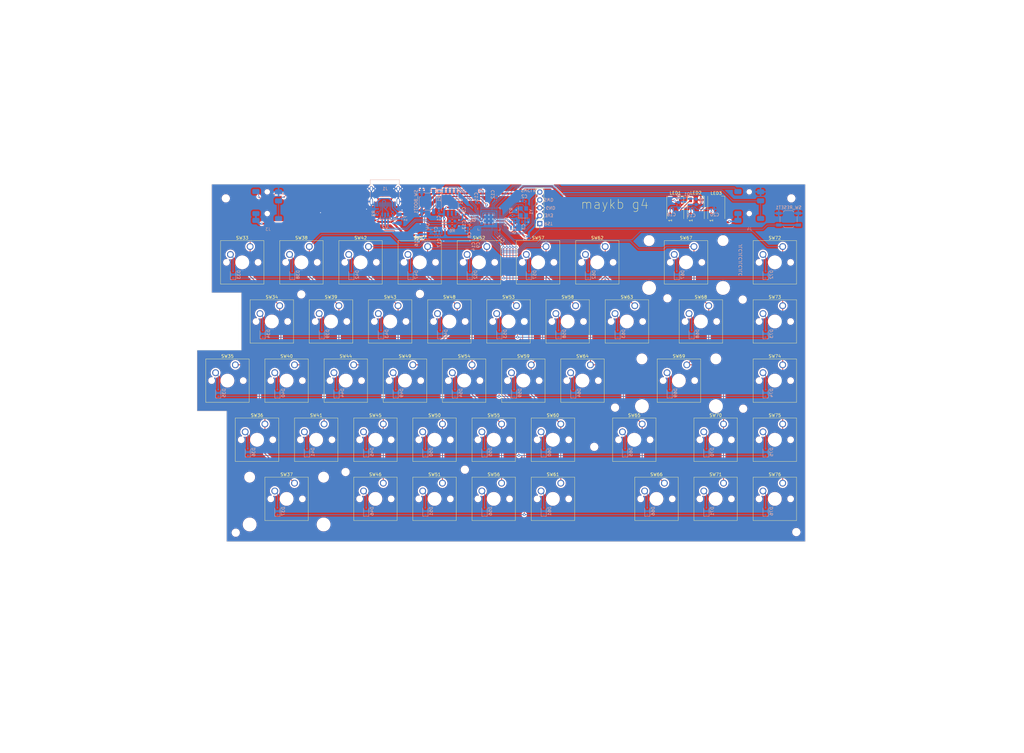
<source format=kicad_pcb>
(kicad_pcb (version 20221018) (generator pcbnew)
  (layers (0 "F.Cu" signal) (31 "B.Cu" signal) (34 "B.Paste" user) (35 "F.Paste" user) (36 "B.SilkS" user "B.Silkscreen") (37 "F.SilkS" user "F.Silkscreen") (38 "B.Mask" user) (39 "F.Mask" user) (44 "Edge.Cuts" user))
  (net 0 "")
  (net 1 "+3V3")
  (net 2 "GND")
  (net 3 "XTAL_IN")
  (net 4 "/pi_pico/XTAL_O")
  (net 5 "+1V1")
  (net 6 "+5V")
  (net 7 "Net-(D33-A)")
  (net 8 "Net-(D34-A)")
  (net 9 "Net-(D35-A)")
  (net 10 "Net-(D36-A)")
  (net 11 "Net-(D37-A)")
  (net 12 "Net-(D38-A)")
  (net 13 "Net-(D39-A)")
  (net 14 "Net-(D40-A)")
  (net 15 "Net-(D41-A)")
  (net 16 "Net-(D42-A)")
  (net 17 "Net-(D43-A)")
  (net 18 "Net-(D44-A)")
  (net 19 "Net-(D45-A)")
  (net 20 "Net-(D46-A)")
  (net 21 "Net-(D47-A)")
  (net 22 "Net-(D48-A)")
  (net 23 "Net-(D49-A)")
  (net 24 "Net-(D50-A)")
  (net 25 "Net-(D51-A)")
  (net 26 "Net-(D52-A)")
  (net 27 "Net-(D53-A)")
  (net 28 "Net-(D54-A)")
  (net 29 "Net-(D55-A)")
  (net 30 "Net-(D56-A)")
  (net 31 "Net-(D57-A)")
  (net 32 "Net-(D58-A)")
  (net 33 "Net-(D59-A)")
  (net 34 "Net-(D60-A)")
  (net 35 "Net-(D61-A)")
  (net 36 "Net-(D62-A)")
  (net 37 "Net-(D63-A)")
  (net 38 "Net-(D64-A)")
  (net 39 "Net-(D65-A)")
  (net 40 "Net-(D66-A)")
  (net 41 "Net-(D67-A)")
  (net 42 "Net-(D68-A)")
  (net 43 "Net-(D69-A)")
  (net 44 "Net-(D70-A)")
  (net 45 "Net-(D71-A)")
  (net 46 "Net-(D72-A)")
  (net 47 "Net-(D73-A)")
  (net 48 "Net-(D74-A)")
  (net 49 "Net-(D75-A)")
  (net 50 "Net-(D76-A)")
  (net 51 "VBUS")
  (net 52 "/pi_pico/CC1")
  (net 53 "D_USB_P")
  (net 54 "D_USB_N")
  (net 56 "/pi_pico/CC2")
  (net 58 "~{RESET}")
  (net 59 "SWD")
  (net 60 "SWCLK")
  (net 61 "/LEFT_TX")
  (net 62 "/LEFT_RX")
  (net 63 "/RIGHT_RX")
  (net 64 "/RIGHT_TX")
  (net 65 "Net-(LED1-DOUT)")
  (net 66 "Net-(LED1-DIN)")
  (net 67 "Net-(LED2-DOUT)")
  (net 69 "+3.3V")
  (net 70 "/LED_DATA")
  (net 71 "/pi_pico/~{USB_BOOT}")
  (net 72 "CS")
  (net 73 "D_P")
  (net 74 "/pi_pico/D_+")
  (net 75 "D_N")
  (net 76 "/pi_pico/D_-")
  (net 77 "XTAL_OUT")
  (net 78 "SD1")
  (net 79 "SD2")
  (net 80 "SD0")
  (net 81 "QSPI_CLK")
  (net 82 "SD3")
  (net 83 "/pi_pico/GPIO2")
  (net 84 "/pi_pico/GPIO4")
  (net 85 "/pi_pico/GPIO5")
  (net 86 "/pi_pico/GPIO6")
  (net 87 "/pi_pico/GPIO7")
  (net 88 "/pi_pico/GPIO10")
  (net 89 "/pi_pico/GPIO12")
  (net 90 "/pi_pico/GPIO13")
  (net 91 "/pi_pico/GPIO14")
  (net 92 "/pi_pico/GPIO15")
  (net 93 "/pi_pico/GPIO21")
  (net 94 "/COL1")
  (net 95 "/ROW1")
  (net 96 "/ROW2")
  (net 97 "/ROW3")
  (net 98 "/ROW4")
  (net 99 "/ROW5")
  (net 100 "/COL2")
  (net 101 "/COL3")
  (net 102 "/COL4")
  (net 103 "/COL5")
  (net 104 "/COL6")
  (net 105 "/COL7")
  (net 106 "/COL8")
  (net 107 "/COL9")
  (footprint "LED_SMD:LED_WS2812B_PLCC4_5.0x5.0mm_P3.2mm" (layer "F.Cu") (at 205.6628 47.9944 90)
    (fp_text reference "LED3")
    (fp_text value "WS2812B")
  )
  (footprint "Button_Switch_Keyboard:SW_Cherry_MX_1.00u_PCB" (layer "F.Cu") (at 107.9625 98.68)
    (fp_text reference "SW49")
    (fp_text value "SW_Push_45deg")
  )
  (footprint "Button_Switch_Keyboard:SW_Cherry_MX_1.00u_PCB" (layer "F.Cu") (at 122.25 79.63)
    (fp_text reference "SW48")
    (fp_text value "SW_Push_45deg")
  )
  (footprint "Button_Switch_Keyboard:SW_Cherry_MX_1.00u_PCB" (layer "F.Cu") (at 136.5375 117.73)
    (fp_text reference "SW55")
    (fp_text value "SW_Push_45deg")
  )
  (footprint "MountingHole:MountingHole_2.2mm_M2" (layer "F.Cu") (at 124.7 132.45)
    (fp_text reference "REF**" hide)
    (fp_text value "MountingHole_2.2mm_M2")
  )
  (footprint "Button_Switch_Keyboard:SW_Cherry_MX_1.00u_PCB" (layer "F.Cu") (at 207.975 117.73)
    (fp_text reference "SW70")
    (fp_text value "SW_Push_45deg")
  )
  (footprint "Button_Switch_Keyboard:SW_Cherry_MX_1.00u_PCB" (layer "F.Cu") (at 227.025 117.73)
    (fp_text reference "SW75")
    (fp_text value "SW_Push_45deg")
  )
  (footprint "Button_Switch_Keyboard:SW_Cherry_MX_1.00u_PCB" (layer "F.Cu") (at 127.0125 98.68)
    (fp_text reference "SW54")
    (fp_text value "SW_Push_45deg")
  )
  (footprint "MountingHole:MountingHole_2.2mm_M2" (layer "F.Cu") (at 214.3 112.8)
    (fp_text reference "REF**" hide)
    (fp_text value "MountingHole_2.2mm_M2")
  )
  (footprint "Button_Switch_Keyboard:SW_Cherry_MX_1.00u_PCB" (layer "F.Cu") (at 84.15 79.63)
    (fp_text reference "SW39")
    (fp_text value "SW_Push_45deg")
  )
  (footprint "MountingHole:MountingHole_2.2mm_M2" (layer "F.Cu") (at 47.75 45.05)
    (fp_text reference "REF**" hide)
    (fp_text value "MountingHole_2.2mm_M2")
  )
  (footprint "Button_Switch_Keyboard:SW_Cherry_MX_1.00u_PCB" (layer "F.Cu") (at 150.825 60.58)
    (fp_text reference "SW57")
    (fp_text value "SW_Push_45deg")
  )
  (footprint "Button_Switch_Keyboard:SW_Cherry_MX_1.00u_PCB" (layer "F.Cu") (at 227.025 98.68)
    (fp_text reference "SW74")
    (fp_text value "SW_Push_45deg")
  )
  (footprint "Button_Switch_Keyboard:SW_Cherry_MX_1.00u_PCB" (layer "F.Cu") (at 227.025 136.78)
    (fp_text reference "SW76")
    (fp_text value "SW_Push_45deg")
  )
  (footprint "Button_Switch_Keyboard:SW_Cherry_MX_1.00u_PCB" (layer "F.Cu") (at 112.725 60.58)
    (fp_text reference "SW47")
    (fp_text value "SW_Push_45deg")
  )
  (footprint "Button_Switch_Keyboard:SW_Cherry_MX_1.00u_PCB" (layer "F.Cu") (at 169.875 60.58)
    (fp_text reference "SW62")
    (fp_text value "SW_Push_45deg")
  )
  (footprint "Button_Switch_Keyboard:SW_Cherry_MX_1.00u_PCB" (layer "F.Cu") (at 188.925 136.78)
    (fp_text reference "SW66")
    (fp_text value "SW_Push_45deg")
  )
  (footprint "LED_SMD:LED_WS2812B_PLCC4_5.0x5.0mm_P3.2mm" (layer "F.Cu") (at 192.4228 47.9944 90)
    (fp_text reference "LED1")
    (fp_text value "WS2812B")
  )
  (footprint "Button_Switch_Keyboard:SW_Cherry_MX_1.00u_PCB" (layer "F.Cu") (at 55.575 60.58)
    (fp_text reference "SW33")
    (fp_text value "SW_Push_45deg")
  )
  (footprint "Button_Switch_Keyboard:SW_Cherry_MX_1.00u_PCB" (layer "F.Cu") (at 117.4875 117.73)
    (fp_text reference "SW50")
    (fp_text value "SW_Push_45deg")
  )
  (footprint "Button_Switch_Keyboard:SW_Cherry_MX_1.00u_PCB" (layer "F.Cu") (at 50.8125 98.68)
    (fp_text reference "SW35")
    (fp_text value "SW_Push_45deg")
  )
  (footprint "MountingHole:MountingHole_2.2mm_M2" (layer "F.Cu") (at 166.35 125.1)
    (fp_text reference "REF**" hide)
    (fp_text value "MountingHole_2.2mm_M2")
  )
  (footprint "MountingHole:MountingHole_2.2mm_M2" (layer "F.Cu") (at 86.3 133.2)
    (fp_text reference "REF**" hide)
    (fp_text value "MountingHole_2.2mm_M2")
  )
  (footprint "Button_Switch_Keyboard:SW_Cherry_MX_1.00u_PCB" (layer "F.Cu") (at 98.4375 117.73)
    (fp_text reference "SW45")
    (fp_text value "SW_Push_45deg")
  )
  (footprint "Button_Switch_Keyboard:SW_Cherry_MX_1.00u_PCB" (layer "F.Cu") (at 227.025 79.63)
    (fp_text reference "SW73")
    (fp_text value "SW_Push_45deg")
  )
  (footprint "Button_Switch_Keyboard:SW_Cherry_MX_1.00u_PCB" (layer "F.Cu") (at 146.0625 98.68)
    (fp_text reference "SW59")
    (fp_text value "SW_Push_45deg")
  )
  (footprint "Button_Switch_Keyboard:SW_Cherry_MX_1.00u_PCB" (layer "F.Cu") (at 93.675 60.58)
    (fp_text reference "SW42")
    (fp_text value "SW_Push_45deg")
  )
  (footprint "Button_Switch_Keyboard:SW_Cherry_MX_2.25u_PCB" (layer "F.Cu") (at 196.143099 98.68)
    (fp_text reference "SW69")
    (fp_text value "SW_Push_45deg")
  )
  (footprint "Button_Switch_Keyboard:SW_Cherry_MX_1.00u_PCB" (layer "F.Cu") (at 65.1 79.63)
    (fp_text reference "SW34")
    (fp_text value "SW_Push_45deg")
  )
  (footprint "Button_Switch_Keyboard:SW_Cherry_MX_1.00u_PCB" (layer "F.Cu") (at 179.4 79.63)
    (fp_text reference "SW63")
    (fp_text value "SW_Push_45deg")
  )
  (footprint "Button_Switch_Keyboard:SW_Cherry_MX_1.00u_PCB" (layer "F.Cu") (at 160.35 79.63)
    (fp_text reference "SW58")
    (fp_text value "SW_Push_45deg")
  )
  (footprint "MountingHole:MountingHole_2.2mm_M2" (layer "F.Cu") (at 189.9 77.25)
    (fp_text reference "REF**" hide)
    (fp_text value "MountingHole_2.2mm_M2")
  )
  (footprint "Button_Switch_Keyboard:SW_Cherry_MX_1.00u_PCB" (layer "F.Cu") (at 155.5875 136.78)
    (fp_text reference "SW61")
    (fp_text value "SW_Push_45deg")
  )
  (footprint "Button_Switch_Keyboard:SW_Cherry_MX_1.00u_PCB" (layer "F.Cu") (at 79.3875 117.73)
    (fp_text reference "SW41")
    (fp_text value "SW_Push_45deg")
  )
  (footprint "Button_Switch_Keyboard:SW_Cherry_MX_1.00u_PCB" (layer "F.Cu") (at 103.2 79.63)
    (fp_text reference "SW43")
    (fp_text value "SW_Push_45deg")
  )
  (footprint "Connector_PinSocket_2.54mm:PinSocket_1x05_P2.54mm_Vertical" (layer "F.Cu") (at 148.822175 53.176 180)
    (fp_text reference "J2" hide)
    (fp_text value "SWD")
  )
  (footprint "Button_Switch_Keyboard:SW_Cherry_MX_1.00u_PCB" (layer "F.Cu") (at 117.4875 136.78)
    (fp_text reference "SW51")
    (fp_text value "SW_Push_45deg")
  )
  (footprint "MountingHole:MountingHole_2.2mm_M2" (layer "F.Cu") (at 231.4 152.55)
    (fp_text reference "REF**" hide)
    (fp_text value "MountingHole_2.2mm_M2")
  )
  (footprint "Button_Switch_Keyboard:SW_Cherry_MX_1.00u_PCB" (layer "F.Cu") (at 165.1125 98.68)
    (fp_text reference "SW64")
    (fp_text value "SW_Push_45deg")
  )
  (footprint "Button_Switch_Keyboard:SW_Cherry_MX_2.00u_PCB" (layer "F.Cu") (at 198.45 60.58)
    (fp_text reference "SW67")
    (fp_text value "SW_Push_45deg")
  )
  (footprint "Button_Switch_Keyboard:SW_Cherry_MX_1.00u_PCB" (layer "F.Cu") (at 74.625 60.58)
    (fp_text reference "SW38")
    (fp_text value "SW_Push_45deg")
  )
  (footprint "MountingHole:MountingHole_2.2mm_M2" (layer "F.Cu") (at 50.95 152.75)
    (fp_text reference "REF**" hide)
    (fp_text value "MountingHole_2.2mm_M2")
  )
  (footprint "Button_Switch_Keyboard:SW_Cherry_MX_1.00u_PCB" (layer "F.Cu") (at 155.5875 117.73)
    (fp_text reference "SW60")
    (fp_text value "SW_Push_45deg")
  )
  (footprint "Button_Switch_Keyboard:SW_Cherry_MX_2.00u_PCB" (layer "F.Cu") (at 69.8625 136.78)
    (fp_text reference "SW37")
    (fp_text value "SW_Push_45deg")
  )
  (footprint "Button_Switch_Keyboard:SW_Cherry_MX_1.00u_PCB" (layer "F.Cu") (at 88.9125 98.68)
    (fp_text reference "SW44")
    (fp_text value "SW_Push_45deg")
  )
  (footprint "Button_Switch_Keyboard:SW_Cherry_MX_1.00u_PCB" (layer "F.Cu") (at 60.3375 117.73)
    (fp_text reference "SW36")
    (fp_text value "SW_Push_45deg")
  )
  (footprint "Button_Switch_Keyboard:SW_Cherry_MX_1.00u_PCB" (layer "F.Cu") (at 69.8625 98.68)
    (fp_text reference "SW40")
    (fp_text value "SW_Push_45deg")
  )
  (footprint "LED_SMD:LED_WS2812B_PLCC4_5.0x5.0mm_P3.2mm" (layer "F.Cu") (at 199.0428 47.9944 90)
    (fp_text reference "LED2")
    (fp_text value "WS2812B")
  )
  (footprint "Button_Switch_Keyboard:SW_Cherry_MX_1.00u_PCB" (layer "F.Cu") (at 141.3 79.63)
    (fp_text reference "SW53")
    (fp_text value "SW_Push_45deg")
  )
  (footprint "Button_Switch_Keyboard:SW_Cherry_MX_1.00u_PCB" (layer "F.Cu") (at 131.775 60.58)
    (fp_text reference "SW52")
    (fp_text value "SW_Push_45deg")
  )
  (footprint "Button_Switch_Keyboard:SW_Cherry_MX_1.00u_PCB" (layer "F.Cu") (at 98.4375 136.78)
    (fp_text reference "SW46")
    (fp_text value "SW_Push_45deg")
  )
  (footprint "MountingHole:MountingHole_2.2mm_M2" (layer "F.Cu") (at 214.15 77.65)
    (fp_text reference "REF**" hide)
    (fp_text value "MountingHole_2.2mm_M2")
  )
  (footprint "Button_Switch_Keyboard:SW_Cherry_MX_1.00u_PCB" (layer "F.Cu") (at 227.025 60.58)
    (fp_text reference "SW72")
    (fp_text value "SW_Push_45deg")
  )
  (footprint "MountingHole:MountingHole_2.2mm_M2" (layer "F.Cu") (at 72.05 76)
    (fp_text reference "REF**" hide)
    (fp_text value "MountingHole_2.2mm_M2")
  )
  (footprint "MountingHole:MountingHole_2.2mm_M2" (layer "F.Cu") (at 173.05 112.45)
    (fp_text reference "REF**" hide)
    (fp_text value "MountingHole_2.2mm_M2")
  )
  (footprint "Button_Switch_Keyboard:SW_Cherry_MX_1.50u_PCB" (layer "F.Cu") (at 203.213 79.63)
    (fp_text reference "SW68")
    (fp_text value "SW_Push_45deg")
  )
  (footprint "MountingHole:MountingHole_2.2mm_M2" (layer "F.Cu") (at 229.8 45.05)
    (fp_text reference "REF**" hide)
    (fp_text value "MountingHole_2.2mm_M2")
  )
  (footprint "Button_Switch_Keyboard:SW_Cherry_MX_1.75u_PCB" (layer "F.Cu") (at 181.7815 117.73)
    (fp_text reference "SW65")
    (fp_text value "SW_Push_45deg")
  )
  (footprint "Button_Switch_Keyboard:SW_Cherry_MX_1.00u_PCB" (layer "F.Cu") (at 207.975 136.78)
    (fp_text reference "SW71")
    (fp_text value "SW_Push_45deg")
  )
  (footprint "Button_Switch_Keyboard:SW_Cherry_MX_1.00u_PCB" (layer "F.Cu") (at 136.5375 136.78)
    (fp_text reference "SW56")
    (fp_text value "SW_Push_45deg")
  )
  (footprint "MountingHole:MountingHole_2.2mm_M2" (layer "F.Cu") (at 110.25 75.85)
    (fp_text reference "REF**" hide)
    (fp_text value "MountingHole_2.2mm_M2")
  )
  (footprint "Capacitor_SMD:C_0402_1005Metric" (layer "B.Cu") (at 116.43285 57.107 -90)
    (fp_text reference "C17")
    (fp_text value "1uF")
  )
  (footprint "Capacitor_SMD:C_0402_1005Metric" (layer "B.Cu") (at 140.023207 54.119)
    (fp_text reference "C6")
    (fp_text value "100nF")
  )
  (footprint "Diode_SMD:D_SOD-323F" (layer "B.Cu") (at 92.9375 145.825 90)
    (fp_text reference "D46")
    (fp_text value "1N4148")
  )
  (footprint "Diode_SMD:D_SOD-323F" (layer "B.Cu") (at 131.0375 145.825 90)
    (fp_text reference "D56")
    (fp_text value "1N4148")
  )
  (footprint "Sleep-Lib:RP2040-QFN-56" (layer "B.Cu") (at 132.434957 51.706 -90)
    (fp_text reference "U3")
    (fp_text value "RP2040")
  )
  (footprint "Capacitor_SMD:C_0402_1005Metric" (layer "B.Cu") (at 116.332175 49.6957 90)
    (fp_text reference "C1")
    (fp_text value "100nF")
  )
  (footprint "Diode_SMD:D_SOD-323F" (layer "B.Cu") (at 135.8 88.675 90)
    (fp_text reference "D53")
    (fp_text value "1N4148")
  )
  (footprint "Diode_SMD:D_SOD-323F" (layer "B.Cu") (at 69.125 69.625 90)
    (fp_text reference "D38")
    (fp_text value "1N4148")
  )
  (footprint "Diode_SMD:D_SOD-323F" (layer "B.Cu") (at 97.7 88.675 90)
    (fp_text reference "D43")
    (fp_text value "1N4148")
  )
  (footprint "Diode_SMD:D_SOD-323F" (layer "B.Cu") (at 126.275 69.625 90)
    (fp_text reference "D52")
    (fp_text value "1N4148")
  )
  (footprint "Resistor_SMD:R_0603_1608Metric_Pad0.98x0.95mm_HandSolder" (layer "B.Cu") (at 193.5128 47.2319 90)
    (fp_text reference "R9")
    (fp_text value "10k")
  )
  (footprint "Capacitor_SMD:C_0402_1005Metric" (layer "B.Cu") (at 115.41685 57.107 90)
    (fp_text reference "C7")
    (fp_text value "10uF")
  )
  (footprint "Diode_SMD:D_SOD-323F" (layer "B.Cu") (at 54.8375 126.775 90)
    (fp_text reference "D36")
    (fp_text value "1N4148")
  )
  (footprint "Diode_SMD:D_SOD-323F" (layer "B.Cu") (at 192.95 69.625 90)
    (fp_text reference "D67")
    (fp_text value "1N4148")
  )
  (footprint "Diode_SMD:D_SOD-323F" (layer "B.Cu") (at 78.65 88.675 90)
    (fp_text reference "D39")
    (fp_text value "1N4148")
  )
  (footprint "Package_SO:SOIC-8_5.23x5.23mm_P1.27mm" (layer "B.Cu") (at 119.887175 46.2187 -90)
    (fp_text reference "U1")
    (fp_text value "W25Q128JVS")
  )
  (footprint "Capacitor_SMD:C_0402_1005Metric" (layer "B.Cu") (at 128.974207 58.183 -90)
    (fp_text reference "C9")
    (fp_text value "100nF")
  )
  (footprint "Diode_SMD:D_SOD-323F" (layer "B.Cu") (at 183.425 145.825 90)
    (fp_text reference "D66")
    (fp_text value "1N4148")
  )
  (footprint "Package_TO_SOT_SMD:SOT-23-6" (layer "B.Cu") (at 99.026175 51.4387 90)
    (fp_text reference "U2")
    (fp_text value "USBLC6-2SC6")
  )
  (footprint "Capacitor_SMD:C_0402_1005Metric" (layer "B.Cu") (at 126.195975 55.48775 180)
    (fp_text reference "C8")
    (fp_text value "1uF")
  )
  (footprint "Capacitor_SMD:C_0402_1005Metric" (layer "B.Cu") (at 109.952975 57.39325 90)
    (fp_text reference "C16")
    (fp_text value "1uF")
  )
  (footprint "Diode_SMD:D_SOD-323F" (layer "B.Cu") (at 107.225 69.625 90)
    (fp_text reference "D47")
    (fp_text value "1N4148")
  )
  (footprint "Diode_SMD:D_SOD-323F" (layer "B.Cu") (at 197.713 88.675 90)
    (fp_text reference "D68")
    (fp_text value "1N4148")
  )
  (footprint "Capacitor_SMD:C_0402_1005Metric" (layer "B.Cu") (at 143.594975 52.69375 180)
    (fp_text reference "C3")
    (fp_text value "22pF")
  )
  (footprint "Resistor_SMD:R_0603_1608Metric" (layer "B.Cu") (at 120.62385 54.006)
    (fp_text reference "R6")
    (fp_text value "27R")
  )
  (footprint "audio_jack:PJ-342B" (layer "B.Cu") (at 216.2544 42.9448 180)
    (fp_text reference "J4")
    (fp_text value "ConnRight")
  )
  (footprint "Diode_SMD:D_SOD-323F" (layer "B.Cu") (at 221.525 126.775 90)
    (fp_text reference "D75")
    (fp_text value "1N4148")
  )
  (footprint "Fuse:Fuse_1206_3216Metric" (layer "B.Cu") (at 103.522175 51.6387 -90)
    (fp_text reference "F1")
    (fp_text value "500mA")
  )
  (footprint "Diode_SMD:D_SOD-323F" (layer "B.Cu") (at 73.8875 126.775 90)
    (fp_text reference "D41")
    (fp_text value "1N4148")
  )
  (footprint "Diode_SMD:D_SOD-323F" (layer "B.Cu") (at 116.75 88.675 90)
    (fp_text reference "D48")
    (fp_text value "1N4148")
  )
  (footprint "Crystal:Crystal_SMD_3225-4Pin_3.2x2.5mm" (layer "B.Cu") (at 143.579207 49.42 90)
    (fp_text reference "Y1")
    (fp_text value "12MHz")
  )
  (footprint "Diode_SMD:D_SOD-323F" (layer "B.Cu") (at 121.5125 107.725 90)
    (fp_text reference "D54")
    (fp_text value "1N4148")
  )
  (footprint "Package_TO_SOT_SMD:SOT-23" (layer "B.Cu") (at 196.2253 46.1444 180)
    (fp_text reference "Q1")
    (fp_text value "BSS138")
  )
  (footprint "Diode_SMD:D_SOD-323F" (layer "B.Cu") (at 45.3125 107.725 90)
    (fp_text reference "D35")
    (fp_text value "1N4148")
  )
  (footprint "Diode_SMD:D_SOD-323F" (layer "B.Cu") (at 59.6 88.675 90)
    (fp_text reference "D34")
    (fp_text value "1N4148")
  )
  (footprint "Diode_SMD:D_SOD-323F" (layer "B.Cu") (at 176.2815 126.775 90)
    (fp_text reference "D65")
    (fp_text value "1N4148")
  )
  (footprint "Diode_SMD:D_SOD-323F" (layer "B.Cu") (at 64.3625 107.725 90)
    (fp_text reference "D40")
    (fp_text value "1N4148")
  )
  (footprint "Diode_SMD:D_SOD-323F" (layer "B.Cu") (at 111.9875 126.775 90)
    (fp_text reference "D50")
    (fp_text value "1N4148")
  )
  (footprint "Diode_SMD:D_SOD-323F" (layer "B.Cu") (at 140.5625 107.725 90)
    (fp_text reference "D59")
    (fp_text value "1N4148")
  )
  (footprint "Resistor_SMD:R_0402_1005Metric" (layer "B.Cu") (at 145.322175 57.8487 -90)
    (fp_text reference "R2")
    (fp_text value "1k")
  )
  (footprint "Capacitor_SMD:C_0402_1005Metric" (layer "B.Cu") (at 127.450207 58.183 -90)
    (fp_text reference "C14")
    (fp_text value "100nF")
  )
  (footprint "Capacitor_SMD:C_0402_1005Metric" (layer "B.Cu") (at 140.023207 52.595)
    (fp_text reference "C10")
    (fp_text value "100nF")
  )
  (footprint "Capacitor_SMD:C_0402_1005Metric" (layer "B.Cu") (at 124.402207 51.706 180)
    (fp_text reference "C13")
    (fp_text value "100nF")
  )
  (footprint "Diode_SMD:D_SOD-323F" (layer "B.Cu") (at 64.3625 145.825 90)
    (fp_text reference "D37")
    (fp_text value "1N4148")
  )
  (footprint "Diode_SMD:D_SOD-323F" (layer "B.Cu") (at 102.4625 107.725 90)
    (fp_text reference "D49")
    (fp_text value "1N4148")
  )
  (footprint "Resistor_SMD:R_0402_1005Metric" (layer "B.Cu") (at 116.422175 43.2387 90)
    (fp_text reference "R1")
    (fp_text value "1k")
  )
  (footprint "Diode_SMD:D_SOD-323F" (layer "B.Cu") (at 154.85 88.675 90)
    (fp_text reference "D58")
    (fp_text value "1N4148")
  )
  (footprint "Resistor_SMD:R_0402_1005Metric" (layer "B.Cu") (at 140.023207 50.563 180)
    (fp_text reference "R7")
    (fp_text value "1k")
  )
  (footprint "Resistor_SMD:R_0402_1005Metric" (layer "B.Cu") (at 96.517925 49.930575 -90)
    (fp_text reference "R3")
    (fp_text value "5k1")
  )
  (footprint "Diode_SMD:D_SOD-323F" (layer "B.Cu") (at 202.475 126.775 90)
    (fp_text reference "D70")
    (fp_text value "1N4148")
  )
  (footprint "Diode_SMD:D_SOD-323F" (layer "B.Cu") (at 88.175 69.625 90)
    (fp_text reference "D42")
    (fp_text value "1N4148")
  )
  (footprint "audio_jack:PJ-342B" (layer "B.Cu") (at 61.084957 42.956 180)
    (fp_text reference "J3")
    (fp_text value "ConnLeft")
  )
  (footprint "Capacitor_SMD:C_0402_1005Metric" (layer "B.Cu") (at 128.735975 46.47075 180)
    (fp_text reference "C15")
    (fp_text value "100nF")
  )
  (footprint "Capacitor_SMD:C_0402_1005Metric" (layer "B.Cu") (at 143.848975 45.991)
    (fp_text reference "C2")
    (fp_text value "22pF")
  )
  (footprint "Diode_SMD:D_SOD-323F" (layer "B.Cu") (at 221.525 88.675 90)
    (fp_text reference "D73")
    (fp_text value "1N4148")
  )
  (footprint "Resistor_SMD:R_0603_1608Metric_Pad0.98x0.95mm_HandSolder" (layer "B.Cu") (at 199.1628 46.1444 -90)
    (fp_text reference "R8")
    (fp_text value "10k")
  )
  (footprint "Diode_SMD:D_SOD-323F" (layer "B.Cu") (at 111.9875 145.825 90)
    (fp_text reference "D51")
    (fp_text value "1N4148")
  )
  (footprint "Resistor_SMD:R_0402_1005Metric" (layer "B.Cu") (at 101.470925 49.930575 -90)
    (fp_text reference "R4")
    (fp_text value "5k1")
  )
  (footprint "Diode_SMD:D_SOD-323F" (layer "B.Cu") (at 150.0875 126.775 90)
    (fp_text reference "D60")
    (fp_text value "1N4148")
  )
  (footprint "Diode_SMD:D_SOD-323F" (layer "B.Cu") (at 83.4125 107.725 90)
    (fp_text reference "D44")
    (fp_text value "1N4148")
  )
  (footprint "Resistor_SMD:R_0603_1608Metric" (layer "B.Cu") (at 120.62385 52.355)
    (fp_text reference "R5")
    (fp_text value "27R")
  )
  (footprint "Capacitor_SMD:C_0402_1005Metric" (layer "B.Cu") (at 191.2628 48.3944)
    (fp_text reference "C18")
    (fp_text value "100nF")
  )
  (footprint "Capacitor_SMD:C_0402_1005Metric" (layer "B.Cu") (at 204.4828 48.5444)
    (fp_text reference "C20")
    (fp_text value "100nF")
  )
  (footprint "Diode_SMD:D_SOD-323F" (layer "B.Cu") (at 202.475 145.825 90)
    (fp_text reference "D71")
    (fp_text value "1N4148")
  )
  (footprint "Diode_SMD:D_SOD-323F" (layer "B.Cu") (at 131.0375 126.775 90)
    (fp_text reference "D55")
    (fp_text value "1N4148")
  )
  (footprint "Diode_SMD:D_SOD-323F" (layer "B.Cu") (at 92.9375 126.775 90)
    (fp_text reference "D45")
    (fp_text value "1N4148")
  )
  (footprint "Diode_SMD:D_SOD-323F" (layer "B.Cu") (at 221.525 69.625 90)
    (fp_text reference "D72")
    (fp_text value "1N4148")
  )
  (footprint "Diode_SMD:D_SOD-323F" (layer "B.Cu") (at 50.075 69.625 90)
    (fp_text reference "D33")
    (fp_text value "1N4148")
  )
  (footprint "Diode_SMD:D_SOD-323F" (layer "B.Cu") (at 150.0875 145.825 90)
    (fp_text reference "D61")
    (fp_text value "1N4148")
  )
  (footprint "Capacitor_SMD:C_0402_1005Metric" (layer "B.Cu") (at 197.8928 48.4944)
    (fp_text reference "C19")
    (fp_text value "100nF")
  )
  (footprint "Capacitor_SMD:C_0402_1005Metric" (layer "B.Cu") (at 126.195975 54.47175 180)
    (fp_text reference "C4")
    (fp_text value "1uF")
  )
  (footprint "Button_Switch_SMD:SW_SPST_TL3342" (layer "B.Cu") (at 228.9044 51.7448 180)
    (fp_text reference "SW_RESET1")
    (fp_text value "SW_Push")
  )
  (footprint "Diode_SMD:D_SOD-323F" (layer "B.Cu") (at 164.375 69.625 90)
    (fp_text reference "D62")
    (fp_text value "1N4148")
  )
  (footprint "Diode_SMD:D_SOD-323F" (layer "B.Cu") (at 173.9 88.675 90)
    (fp_text reference "D63")
    (fp_text value "1N4148")
  )
  (footprint "Capacitor_SMD:C_0402_1005Metric" (layer "B.Cu") (at 124.402207 50.182 180)
    (fp_text reference "C5")
    (fp_text value "100nF")
  )
  (footprint "Capacitor_SMD:C_0402_1005Metric" (layer "B.Cu") (at 134.577975 45.45475 45)
    (fp_text reference "C12")
    (fp_text value "100nF")
  )
  (footprint "Connector_USB:USB_C_Receptacle_HRO_TYPE-C-31-M-12" (layer "B.Cu") (at 98.930925 42.96145)
    (fp_text reference "J1")
    (fp_text value "USB_C_Receptacle_USB2.0")
  )
  (footprint "Button_Switch_SMD:SW_SPST_TL3342" (layer "B.Cu") (at 112.722175 46.1387 -90)
    (fp_text reference "SW_BOOT1")
    (fp_text value "SW_Push")
  )
  (footprint "Diode_SMD:D_SOD-323F" (layer "B.Cu") (at 145.325 69.625 90)
    (fp_text reference "D57")
    (fp_text value "1N4148")
  )
  (footprint "Package_TO_SOT_SMD:SOT-23" (layer "B.Cu") (at 112.746975 56.63125 180)
    (fp_text reference "U4")
    (fp_text value "XC6206PxxxMR-Regulator_Linear")
  )
  (footprint "Diode_SMD:D_SOD-323F" (layer "B.Cu") (at 159.6125 107.725 90)
    (fp_text reference "D64")
    (fp_text value "1N4148")
  )
  (footprint "Capacitor_SMD:C_0402_1005Metric" (layer "B.Cu") (at 135.35585 59.012 -45)
    (fp_text reference "C11")
    (fp_text value "100nF")
  )
  (footprint "Diode_SMD:D_SOD-323F" (layer "B.Cu") (at 221.525 145.825 90)
    (fp_text reference "D76")
    (fp_text value "1N4148")
  )
  (footprint "Diode_SMD:D_SOD-323F" (layer "B.Cu") (at 221.525 107.725 90)
    (fp_text reference "D74")
    (fp_text value "1N4148")
  )
  (footprint "Diode_SMD:D_SOD-323F" (layer "B.Cu") (at 190.643099 107.725 90)
    (fp_text reference "D69")
    (fp_text value "1N4148")
  )
  (gr_poly (pts (xy 234.2896 155.6) (xy 48.006 155.6) (xy 48.006 113.538) (xy 38.5064 113.538) (xy 38.5064 93.98) (xy 52.7812 93.98) (xy 52.7812 75.438) (xy 43.2308 75.438) (xy 43.2308 40.5384) (xy 234.2896 40.5384)) (stroke (width 0.1)) (fill none) (layer "Edge.Cuts"))
  (gr_text "SWD" (at 150.034957 44.906 180) (layer "B.SilkS") (effects (font (size 1 1)) (justify left bottom mirror)))
  (gr_text "3V3" (at 150.284957 49.906 180) (layer "B.SilkS") (effects (font (size 1 1)) (justify left bottom mirror)))
  (gr_text "RST" (at 150.134957 52.556 180) (layer "B.SilkS") (effects (font (size 1 1)) (justify left bottom mirror)))
  (gr_text "JLCJLCJLCJLC" (at 214 59.65 90) (layer "B.SilkS") (effects (font (size 1 1)) (justify left bottom mirror)))
  (gr_text "GND" (at 150.684957 47.506 180) (layer "B.SilkS") (effects (font (size 1 1)) (justify left bottom mirror)))
  (gr_text "SWCLK" (at 142.634957 41.856 180) (layer "B.SilkS") (effects (font (size 1 1)) (justify left bottom mirror)))
  (gr_text "maykb g4" (at 161.85 48.7) (layer "F.SilkS") (effects (font (size 3 3)) (justify left bottom)))
  (segment (start 121.852175 47.9687) (end 118.702175 47.9687) (width 0.5) (layer "F.Cu") (net 1))
  (segment (start 122.251925 48.36845) (end 121.852175 47.9687) (width 0.5) (layer "F.Cu") (net 1))
  (segment (start 143.721975 57.138739) (end 143.848986 57.26575) (width 0.5) (layer "F.Cu") (net 1))
  (segment (start 118.11 51.6636) (end 118.11 54.61) (width 0.5) (layer "F.Cu") (net 1))
  (segment (start 118.11 54.61) (end 118.3132 54.8132) (width 0.5) (layer "F.Cu") (net 1))
  (segment (start 143.721964 57.138739) (end 143.721975 57.138739) (width 0.5) (layer "F.Cu") (net 1))
  (segment (start 122.251925 48.3687) (end 122.251925 48.36845) (width 0.5) (layer "F.Cu") (net 1))
  (segment (start 138.641975 52.05875) (end 143.721964 57.138739) (width 0.5) (layer "F.Cu") (net 1))
  (segment (start 125.814975 51.93175) (end 122.251925 48.3687) (width 0.5) (layer "F.Cu") (net 1))
  (via (at 125.814975 51.93175) (size 0.6) (drill 0.3) (layers "F.Cu" "B.Cu") (net 1))
  (via (at 118.3132 54.8132) (size 0.8) (drill 0.4) (layers "F.Cu" "B.Cu") (net 1))
  (via (at 138.641975 52.05875) (size 0.6) (drill 0.3) (layers "F.Cu" "B.Cu") (net 1))
  (via (at 118.11 51.6636) (size 0.8) (drill 0.4) (layers "F.Cu" "B.Cu") (net 1))
  (via (at 118.702175 47.9687) (size 0.6) (drill 0.3) (layers "F.Cu" "B.Cu") (net 1))
  (via (at 144.222175 57.3387) (size 0.6) (drill 0.3) (layers "F.Cu" "B.Cu") (net 1))
  (segment (start 127.857725 54.306) (end 126.675975 55.48775) (width 0.2) (layer "B.Cu") (net 1))
  (segment (start 129.834957 55.1435) (end 129.834957 56.54725) (width 0.2) (layer "B.Cu") (net 1))
  (segment (start 127.450207 57.703) (end 128.974207 57.703) (width 0.381) (layer "B.Cu") (net 1))
  (segment (start 117.982175 49.8187) (end 117.625175 50.1757) (width 0.5) (layer "B.Cu") (net 1))
  (segment (start 128.997457 54.306) (end 129.796207 54.306) (width 0.2) (layer "B.Cu") (net 1))
  (segment (start 117.625175 50.1757) (end 116.332175 50.1757) (width 0.5) (layer "B.Cu") (net 1))
  (segment (start 139.178225 52.595) (end 139.543207 52.595) (width 0.5) (layer "B.Cu") (net 1))
  (segment (start 129.834957 48.2685) (end 129.834957 49.435768) (width 0.2) (layer "B.Cu") (net 1))
  (segment (start 133.434957 46.67025) (end 133.434957 48.2685) (width 0.2) (layer "B.Cu") (net 1))
  (segment (start 125.402957 51.93175) (end 125.177207 51.706) (width 0.2) (layer "B.Cu") (net 1))
  (segment (start 138.641975 52.05875) (end 138.489225 51.906) (width 0.2) (layer "B.Cu") (net 1))
  (segment (start 126.675975 55.48775) (end 126.675975 57.53325) (width 0.5) (layer "B.Cu") (net 1))
  (segment (start 147.322175 52.136) (end 148.822175 50.636) (width 0.6) (layer "B.Cu") (net 1))
  (segment (start 135.134957 51.91425) (end 135.143207 51.906) (width 0.2) (layer "B.Cu") (net 1))
  (segment (start 117.982175 48.6887) (end 117.982175 49.8187) (width 0.5) (layer "B.Cu") (net 1))
  (segment (start 129.834957 47.089732) (end 129.215975 46.47075) (width 0.2) (layer "B.Cu") (net 1))
  (segment (start 145.322175 55.9587) (end 147.322175 53.9587) (width 0.6) (layer "B.Cu") (net 1))
  (segment (start 138.489225 51.906) (end 135.872457 51.906) (width 0.2) (layer "B.Cu") (net 1))
  (segment (start 128.997457 53.906) (end 128.597457 54.306) (width 0.2) (layer "B.Cu") (net 1))
  (segment (start 118.702175 47.9687) (end 117.982175 48.6887) (width 0.5) (layer "B.Cu") (net 1))
  (segment (start 117.234957 57.58125) (end 117.7036 57.58125) (width 0.635) (layer "B.Cu") (net 1))
  (segment (start 128.997457 54.306) (end 127.857725 54.306) (width 0.2) (layer "B.Cu") (net 1))
  (segment (start 129.6924 51.744917) (end 129.794 51.643317) (width 0.2) (layer "B.Cu") (net 1))
  (segment (start 128.997457 52.306) (end 128.304207 52.306) (width 0.2) (layer "B.Cu") (net 1))
  (segment (start 138.641975 52.05875) (end 139.178225 52.595) (width 0.5) (layer "B.Cu") (net 1))
  (segment (start 129.523207 53.906) (end 128.997457 53.906) (width 0.2) (layer "B.Cu") (net 1))
  (segment (start 133.634457 46.47075) (end 133.634457 46.426268) (width 0.381) (layer "B.Cu") (net 1))
  (segment (start 125.814975 51.93175) (end 125.967375 52.08415) (width 0.2) (layer "B.Cu") (net 1))
  (segment (start 133.434957 49.02325) (end 133.434957 48.2685) (width 0.2) (layer "B.Cu") (net 1))
  (segment (start 125.814975 51.93175) (end 125.402957 51.93175) (width 0.2) (layer "B.Cu") (net 1))
  (segment (start 128.082357 52.08415) (end 128.085207 52.087) (width 0.2) (layer "B.Cu") (net 1))
  (segment (start 117.982175 51.535775) (end 118.11 51.6636) (width 0.5) (layer "B.Cu") (net 1))
  (segment (start 128.974207 57.408) (end 128.974207 57.703) (width 0.381) (layer "B.Cu") (net 1))
  (segment (start 118.3132 57.32725) (end 118.5672 57.58125) (width 0.5) (layer "B.Cu") (net 1))
  (segment (start 118.3132 56.76845) (end 118.3132 56.97165) (width 0.5) (layer "B.Cu") (net 1))
  (segment (start 128.997457 51.906) (end 129.531317 51.906) (width 0.2) (layer "B.Cu") (net 1))
  (segment (start 145.322175 57.3387) (end 145.322175 55.9587) (width 0.6) (layer "B.Cu") (net 1))
  (segment (start 133.434957 57.091107) (end 133.688975 57.345125) (width 0.2) (layer "B.Cu") (net 1))
  (segment (start 117.7036 57.58125) (end 118.5672 57.58125) (width 0.635) (layer "B.Cu") (net 1))
  (segment (start 129.794 51.643317) (end 129.794 51.6128) (width 0.2) (layer "B.Cu") (net 1))
  (segment (start 133.634457 46.47075) (end 133.434957 46.67025) (width 0.2) (layer "B.Cu") (net 1))
  (segment (start 133.283807 49.1744) (end 133.434957 49.02325) (width 0.2) (layer "B.Cu") (net 1))
  (segment (start 129.863207 54.246) (end 129.523207 53.906) (width 0.2) (layer "B.Cu") (net 1))
  (segment (start 128.085207 52.087) (end 128.266207 51.906) (width 0.2) (layer "B.Cu") (net 1))
  (segment (start 118.3132 56.97165) (end 118.3132 57.32725) (width 0.5) (layer "B.Cu") (net 1))
  (segment (start 129.834957 55.1435) (end 129.834957 54.27425) (width 0.2) (layer "B.Cu") (net 1))
  (segment (start 129.6744 52.306) (end 129.6924 52.324) (width 0.2) (layer "B.Cu") (net 1))
  (segment (start 118.3132 56.76845) (end 119.126 57.58125) (width 0.5) (layer "B.Cu") (net 1))
  (segment (start 129.834957 48.2685) (end 129.834957 47.089732) (width 0.2) (layer "B.Cu") (net 1))
  (segment (start 119.126 57.58125) (end 126.384475 57.58125) (width 0.635) (layer "B.Cu") (net 1))
  (segment (start 133.434957 55.1435) (end 133.434957 57.091107) (width 0.2) (layer "B.Cu") (net 1))
  (segment (start 147.322175 53.9587) (end 147.322175 52.136) (width 0.6) (layer "B.Cu") (net 1))
  (segment (start 125.967375 52.08415) (end 128.082357 52.08415) (width 0.2) (layer "B.Cu") (net 1))
  (segment (start 133.688975 57.345125) (end 135.016439 58.672589) (width 0.381) (layer "B.Cu") (net 1))
  (segment (start 129.834957 56.54725) (end 128.974207 57.408) (width 0.2) (layer "B.Cu") (net 1))
  (segment (start 128.304207 52.306) (end 128.085207 52.087) (width 0.2) (layer "B.Cu") (net 1))
  (segment (start 145.322175 57.3387) (end 144.222175 57.3387) (width 0.6) (layer "B.Cu") (net 1))
  (segment (start 129.834957 49.435768) (end 129.989832 49.435768) (width 0.2) (layer "B.Cu") (net 1))
  (segment (start 129.834957 54.27425) (end 129.863207 54.246) (width 0.2) (layer "B.Cu") (net 1))
  (segment (start 135.143207 51.906) (end 135.872457 51.906) (width 0.2) (layer "B.Cu") (net 1))
  (segment (start 129.878957 54.26175) (end 129.863207 54.246) (width 0.2) (layer "B.Cu") (net 1))
  (segment (start 129.531317 51.906) (end 129.794 51.643317) (width 0.2) (layer "B.Cu") (net 1))
  (segment (start 128.997457 52.306) (end 129.6744 52.306) (width 0.2) (layer "B.Cu") (net 1))
  (segment (start 113.684475 57.58125) (end 117.234957 57.58125) (width 0.635) (layer "B.Cu") (net 1))
  (segment (start 128.266207 51.906) (end 128.997457 51.906) (width 0.2) (layer "B.Cu") (net 1))
  (segment (start 133.434957 55.1435) (end 133.434957 54.26175) (width 0.2) (layer "B.Cu") (net 1))
  (segment (start 133.634457 46.426268) (end 134.224975 45.83575) (width 0.381) (layer "B.Cu") (net 1))
  (segment (start 118.3132 54.8132) (end 118.3132 56.76845) (width 0.5) (layer "B.Cu") (net 1))
  (segment (start 133.434957 54.26175) (end 133.44425 54.26175) (width 0.2) (layer "B.Cu") (net 1))
  (segment (start 117.982175 49.8187) (end 117.982175 51.535775) (width 0.5) (layer "B.Cu") (net 1))
  (segment (start 129.6924 52.324) (end 129.6924 51.744917) (width 0.2) (layer "B.Cu") (net 1))
  (segment (start 129.796207 54.306) (end 129.863207 54.373) (width 0.2) (layer "B.Cu") (net 1))
  (segment (start 118.5672 57.58125) (end 119.126 57.58125) (width 0.635) (layer "B.Cu") (net 1))
  (segment (start 118.3132 56.97165) (end 117.7036 57.58125) (width 0.5) (layer "B.Cu") (net 1))
  (segment (start 133.709957 50.431) (end 131.159957 50.431) (width 0.635) (layer "F.Cu") (net 2))
  (segment (start 131.159957 50.431) (end 130.784957 50.056) (width 0.635) (layer "F.Cu") (net 2))
  (segment (start 131.159957 51.706) (end 133.709957 51.706) (width 0.635) (layer "F.Cu") (net 2))
  (segment (start 133.409957 52.681) (end 133.709957 52.981) (width 0.635) (layer "F.Cu") (net 2))
  (segment (start 93.41975 41.91145) (end 93.3704 41.9608) (width 0.5) (layer "F.Cu") (net 2))
  (segment (start 133.709957 52.981) (end 131.159957 52.981) (width 0.635) (layer "F.Cu") (net 2))
  (segment (start 133.409957 50.731) (end 133.409957 52.681) (width 0.635) (layer "F.Cu") (net 2))
  (segment (start 148.822175 48.096) (end 150.294957 48.096) (width 0.5) (layer "F.Cu") (net 2))
  (segment (start 94.610925 41.91145) (end 93.41975 41.91145) (width 0.5) (layer "F.Cu") (net 2))
  (segment (start 133.709957 50.431) (end 133.409957 50.731) (width 0.635) (layer "F.Cu") (net 2))
  (segment (start 150.294957 48.096) (end 150.334957 48.056) (width 0.5) (layer "F.Cu") (net 2))
  (segment (start 131.159957 52.981) (end 131.159957 50.431) (width 0.635) (layer "F.Cu") (net 2))
  (segment (start 132.434957 52.981) (end 132.434957 50.431) (width 0.635) (layer "F.Cu") (net 2))
  (via (at 95.9104 41.91) (size 0.8) (drill 0.4) (layers "F.Cu" "B.Cu") (net 2))
  (via (at 110.33685 50.884) (size 0.6) (drill 0.3) (layers "F.Cu" "B.Cu") (net 2))
  (via (at 104.487175 48.7717) (size 0.6) (drill 0.3) (layers "F.Cu" "B.Cu") (net 2))
  (via (at 109.939975 59.04375) (size 0.6) (drill 0.3) (layers "F.Cu" "B.Cu") (net 2))
  (via (at 142.451975 45.991) (size 0.6) (drill 0.3) (layers "F.Cu" "B.Cu") (net 2))
  (via (at 135.593975 44.43875) (size 0.6) (drill 0.3) (layers "F.Cu" "B.Cu") (net 2))
  (via (at 104.59575 41.91145) (size 0.8) (drill 0.4) (layers "F.Cu" "B.Cu") (net 2))
  (via (at 150.334957 48.056) (size 0.6) (drill 0.3) (layers "F.Cu" "B.Cu") (net 2))
  (via (at 78.234957 49.656) (size 0.6) (drill 0.3) (layers "F.Cu" "B.Cu") (net 2))
  (via (at 93.3704 41.9608) (size 0.8) (drill 0.4) (layers "F.Cu" "B.Cu") (net 2))
  (via (at 141.435975 53.32875) (size 0.6) (drill 0.3) (layers "F.Cu" "B.Cu") (net 2))
  (via (at 136.2964 59.944) (size 0.8) (drill 0.4) (layers "F.Cu" "B.Cu") (net 2))
  (via (at 95.434957 50.406) (size 0.6) (drill 0.3) (layers "F.Cu" "B.Cu") (net 2))
  (via (at 145.118975 52.69375) (size 0.6) (drill 0.3) (layers "F.Cu" "B.Cu") (net 2))
  (via (at 122.422175 44.2387) (size 0.6) (drill 0.3) (layers "F.Cu" "B.Cu") (net 2))
  (via (at 124.798975 55.48775) (size 0.6) (drill 0.3) (layers "F.Cu" "B.Cu") (net 2))
  (via (at 124.734957 54.456) (size 0.6) (drill 0.3) (layers "F.Cu" "B.Cu") (net 2))
  (via (at 117.9068 58.8264) (size 0.6) (drill 0.3) (layers "F.Cu" "B.Cu") (net 2))
  (via (at 101.8032 41.91) (size 0.8) (drill 0.4) (layers "F.Cu" "B.Cu") (net 2))
  (via (at 141.234957 48.806) (size 0.6) (drill 0.3) (layers "F.Cu" "B.Cu") (net 2))
  (via (at 122.78285 53.932) (size 0.6) (drill 0.3) (layers "F.Cu" "B.Cu") (net 2))
  (via (at 93.057175 48.5177) (size 0.6) (drill 0.3) (layers "F.Cu" "B.Cu") (net 2))
  (via (at 122.78285 52.027) (size 0.6) (drill 0.3) (layers "F.Cu" "B.Cu") (net 2))
  (via (at 126.322975 58.66275) (size 0.6) (drill 0.3) (layers "F.Cu" "B.Cu") (net 2))
  (via (at 110.33685 53.297) (size 0.6) (drill 0.3) (layers "F.Cu" "B.Cu") (net 2))
  (via (at 116.43285 55.583) (size 0.6) (drill 0.3) (layers "F.Cu" "B.Cu") (net 2))
  (via (at 101.089925 51.454575) (size 0.8) (drill 0.4) (layers "F.Cu" "B.Cu") (net 2))
  (via (at 116.334957 48.206) (size 0.6) (drill 0.3) (layers "F.Cu" "B.Cu") (net 2))
  (segment (start 95.089175 48.3907) (end 94.962175 48.5177) (width 0.381) (layer "B.Cu") (net 2))
  (segment (start 135.695261 59.351411) (end 135.703811 59.351411) (width 0.5) (layer "B.Cu") (net 2))
  (segment (start 121.792175 42.6187) (end 121.792175 43.6087) (width 0.254) (layer "B.Cu") (net 2))
  (segment (start 123.922207 50.182) (end 123.922207 51.706) (width 0.5) (layer "B.Cu") (net 2))
  (segment (start 126.322975 58.66275) (end 127.449957 58.66275) (width 0.381) (layer "B.Cu") (net 2))
  (segment (start 124.750707 54.47175) (end 124.734957 54.456) (width 0.5) (layer "B.Cu") (net 2))
  (segment (start 115.41685 56.627) (end 114.630225 56.627) (width 0.381) (layer "B.Cu") (net 2))
  (segment (start 123.922207 51.706) (end 123.601207 52.027) (width 0.5) (layer "B.Cu") (net 2))
  (segment (start 127.450207 58.663) (end 128.974207 58.663) (width 0.381) (layer "B.Cu") (net 2))
  (segment (start 102.963175 48.7717) (end 104.487175 48.7717) (width 0.381) (layer "B.Cu") (net 2))
  (segment (start 104.5972 41.91) (end 104.59575 41.91145) (width 0.5) (layer "B.Cu") (net 2))
  (segment (start 94.962175 48.5177) (end 93.057175 48.5177) (width 0.381) (layer "B.Cu") (net 2))
  (segment (start 95.90895 41.91145) (end 95.9104 41.91) (width 0.5) (layer "B.Cu") (net 2))
  (segment (start 95.680925 47.79895) (end 95.089175 48.3907) (width 0.381) (layer "B.Cu") (net 2))
  (segment (start 99.438925 51.454575) (end 101.089925 51.454575) (width 0.381) (layer "B.Cu") (net 2))
  (segment (start 134.917386 45.115339) (end 135.593975 44.43875) (width 0.381) (layer "B.Cu") (net 2))
  (segment (start 144.429207 50.273022) (end 142.729207 48.573022) (width 0.254) (layer "B.Cu") (net 2))
  (segment (start 99.026175 52.5762) (end 99.026175 51.867325) (width 0.381) (layer "B.Cu") (net 2))
  (segment (start 102.180925 47.98945) (end 102.963175 48.7717) (width 0.381) (layer "B.Cu") (net 2))
  (segment (start 141.720957 48.32) (end 141.234957 48.806) (width 0.5) (layer "B.Cu") (net 2))
  (segment (start 94.610925 41.91145) (end 95.90895 41.91145) (width 0.5) (layer "B.Cu") (net 2))
  (segment (start 101.470925 50.440575) (end 101.470925 51.073575) (width 0.5) (layer "B.Cu") (net 2))
  (segment (start 125.715975 55.48775) (end 124.798975 55.48775) (width 0.2) (layer "B.Cu") (net 2))
  (segment (start 135.703811 59.351411) (end 136.2964 59.944) (width 0.5) (layer "B.Cu") (net 2))
  (segment (start 198.3728 48.4944) (end 198.3728 49.0044) (width 0.5) (layer "B.Cu") (net 2))
  (segment (start 137.029201 50.706) (end 141.744201 45.991) (width 0.2) (layer "B.Cu") (net 2))
  (segment (start 142.451975 45.991) (end 143.368975 45.991) (width 0.381) (layer "B.Cu") (net 2))
  (segment (start 198.3728 49.0044) (end 199.0628 49.6944) (width 0.5) (layer "B.Cu") (net 2))
  (segment (start 141.744201 45.991) (end 142.451975 45.991) (width 0.2) (layer "B.Cu") (net 2))
  (segment (start 116.332175 48.208782) (end 116.334957 48.206) (width 0.2) (layer "B.Cu") (net 2))
  (segment (start 116.43285 56.627) (end 116.43285 55.583) (width 0.381) (layer "B.Cu") (net 2))
  (segment (start 125.715975 54.47175) (end 124.750707 54.47175) (width 0.5) (layer "B.Cu") (net 2))
  (segment (start 103.250925 41.91145) (end 104.59575 41.91145) (width 0.5) (layer "B.Cu") (net 2))
  (segment (start 144.074975 52.69375) (end 144.074975 50.874232) (width 0.381) (layer "B.Cu") (net 2))
  (segment (start 114.630225 56.627) (end 113.684475 55.68125) (width 0.381) (layer "B.Cu") (net 2))
  (segment (start 123.601207 52.027) (end 122.78285 52.027) (width 0.5) (layer "B.Cu") (net 2))
  (segment (start 102.180925 47.00645) (end 102.180925 47.98945) (width 0.381) (layer "B.Cu") (net 2))
  (segment (start 142.729207 48.32) (end 141.720957 48.32) (width 0.5) (layer "B.Cu") (net 2))
  (segment (start 144.074975 52.69375) (end 145.118975 52.69375) (width 0.381) (layer "B.Cu") (net 2))
  (segment (start 99.026175 51.867325) (end 99.438925 51.454575) (width 0.381) (layer "B.Cu") (net 2))
  (segment (start 95.469532 50.440575) (end 95.434957 50.406) (width 0.5) (layer "B.Cu") (net 2))
  (segment (start 135.872457 50.706) (end 137.029201 50.706) (width 0.2) (layer "B.Cu") (net 2))
  (segment (start 109.952975 59.03075) (end 109.939975 59.04375) (width 0.5) (layer "B.Cu") (net 2))
  (segment (start 101.470925 51.073575) (end 101.089925 51.454575) (width 0.5) (layer "B.Cu") (net 2))
  (segment (start 121.792175 43.6087) (end 122.422175 44.2387) (width 0.254) (layer "B.Cu") (net 2))
  (segment (start 95.680925 47.00645) (end 95.680925 47.79895) (width 0.381) (layer "B.Cu") (net 2))
  (segment (start 109.952975 57.87325) (end 109.952975 59.03075) (width 0.5) (layer "B.Cu") (net 2))
  (segment (start 96.517925 50.440575) (end 95.469532 50.440575) (width 0.5) (layer "B.Cu") (net 2))
  (segment (start 116.332175 49.2157) (end 116.332175 48.208782) (width 0.2) (layer "B.Cu") (net 2))
  (segment (start 143.198207 47.007) (end 144.429207 48.238) (width 0.2) (layer "B.Cu") (net 3))
  (segment (start 141.293207 47.007) (end 143.198207 47.007) (width 0.2) (layer "B.Cu") (net 3))
  (segment (start 137.194207 51.106) (end 141.293207 47.007) (width 0.2) (layer "B.Cu") (net 3))
  (segment (start 135.872457 51.106) (end 137.194207 51.106) (width 0.2) (layer "B.Cu") (net 3))
  (segment (start 144.328975 45.991) (end 144.328975 48.219768) (width 0.2) (layer "B.Cu") (net 3))
  (segment (start 143.114975 52.69375) (end 143.114975 50.905768) (width 0.2) (layer "B.Cu") (net 4))
  (segment (start 142.686207 50.563) (end 140.533207 50.563) (width 0.2) (layer "B.Cu") (net 4))
  (segment (start 139.530975 54.261768) (end 139.530975 54.97975) (width 0.381) (layer "F.Cu") (net 5))
  (segment (start 134.534457 52.31275) (end 137.581957 52.31275) (width 0.381) (layer "F.Cu") (net 5))
  (segment (start 128.928457 51.071) (end 126.307207 51.071) (width 0.381) (layer "F.Cu") (net 5))
  (segment (start 137.581957 52.31275) (end 139.530975 54.261768) (width 0.381) (layer "F.Cu") (net 5))
  (segment (start 130.297207 52.43975) (end 128.928457 51.071) (width 0.381) (layer "F.Cu") (net 5))
  (via (at 126.307207 51.071) (size 0.6) (drill 0.3) (layers "F.Cu" "B.Cu") (net 5))
  (via (at 139.530975 54.97975) (size 0.6) (drill 0.3) (layers "F.Cu" "B.Cu") (net 5))
  (via (at 134.534457 52.31275) (size 0.6) (drill 0.35) (layers "F.Cu" "B.Cu") (net 5))
  (via (at 130.297207 52.43975) (size 0.6) (drill 0.35) (layers "F.Cu" "B.Cu") (net 5))
  (segment (start 129.926004 53.421204) (end 129.990207 53.357) (width 0.2) (layer "B.Cu") (net 5))
  (segment (start 139.530975 54.97975) (end 139.543207 54.967518) (width 0.5) (layer "B.Cu") (net 5))
  (segment (start 126.307207 51.071) (end 125.418207 50.182) (width 0.381) (layer "B.Cu") (net 5))
  (segment (start 128.997457 53.506) (end 129.841207 53.506) (width 0.2) (layer "B.Cu") (net 5))
  (segment (start 130.297207 52.43975) (end 130.368994 52.367963) (width 0.381) (layer "B.Cu") (net 5))
  (segment (start 129.841207 53.506) (end 129.926004 53.421204) (width 0.2) (layer "B.Cu") (net 5))
  (segment (start 127.641725 53.506) (end 126.675975 54.47175) (width 0.2) (layer "B.Cu") (net 5))
  (segment (start 126.742207 51.506) (end 128.997457 51.506) (width 0.2) (layer "B.Cu") (net 5))
  (segment (start 139.248207 54.119) (end 137.435207 52.306) (width 0.2) (layer "B.Cu") (net 5))
  (segment (start 126.307207 51.071) (end 126.742207 51.506) (width 0.2) (layer "B.Cu") (net 5))
  (segment (start 125.418207 50.182) (end 125.177207 50.182) (width 0.381) (layer "B.Cu") (net 5))
  (segment (start 128.997457 53.506) (end 127.641725 53.506) (width 0.2) (layer "B.Cu") (net 5))
  (segment (start 137.435207 52.306) (end 135.872457 52.306) (width 0.2) (layer "B.Cu") (net 5))
  (segment (start 139.543207 54.967518) (end 139.543207 54.119) (width 0.5) (layer "B.Cu") (net 5))
  (segment (start 204.0128 49.3444) (end 204.0628 49.2944) (width 0.254) (layer "F.Cu") (net 6))
  (segment (start 127.034957 43.506) (end 141.234957 43.506) (width 0.6) (layer "F.Cu") (net 6))
  (segment (start 101.222175 52.6387) (end 103.776875 50.084) (width 0.6) (layer "F.Cu") (net 6))
  (segment (start 186.3852 50.4444) (end 188.6712 52.7304) (width 0.6) (layer "F.Cu") (net 6))
  (segment (start 108.956957 50.084) (end 115.602257 43.4387) (width 0.6) (layer "F.Cu") (net 6))
  (segment (start 96.922175 52.6387) (end 96.422175 52.1387) (width 0.6) (layer "F.Cu") (net 6))
  (segment (start 143.584957 41.156) (end 152.684957 41.156) (width 0.6) (layer "F.Cu") (net 6))
  (segment (start 101.222175 52.6387) (end 96.922175 52.6387) (width 0.6) (layer "F.Cu") (net 6))
  (segment (start 141.234957 43.506) (end 143.584957 41.156) (width 0.6) (layer "F.Cu") (net 6))
  (segment (start 197.3928 49.3644) (end 197.4628 49.2944) (width 0.254) (layer "F.Cu") (net 6))
  (segment (start 70.610357 53.206) (end 59.334957 53.206) (width 0.6) (layer "F.Cu") (net 6))
  (segment (start 189.0776 52.7304) (end 194.564 52.7304) (width 0.6) (layer "F.Cu") (net 6))
  (segment (start 195.1068 52.7304) (end 197.3928 50.4444) (width 0.6) (layer "F.Cu") (net 6))
  (segment (start 71.677657 52.1387) (end 70.610357 53.206) (width 0.6) (layer "F.Cu") (net 6))
  (segment (start 190.7728 50.4444) (end 190.7728 49.2344) (width 0.254) (layer "F.Cu") (net 6))
  (segment (start 126.967657 43.4387) (end 127.034957 43.506) (width 0.6) (layer "F.Cu") (net 6))
  (segment (start 161.973357 50.4444) (end 186.3852 50.4444) (width 0.6) (layer "F.Cu") (net 6))
  (segment (start 186.3852 50.4444) (end 190.7728 50.4444) (width 0.6) (layer "F.Cu") (net 6))
  (segment (start 101.522175 52.9387) (end 101.222175 52.6387) (width 0.6) (layer "F.Cu") (net 6))
  (segment (start 200.7108 52.7304) (end 201.7268 52.7304) (width 0.6) (layer "F.Cu") (net 6))
  (segment (start 188.6712 52.7304) (end 189.0776 52.7304) (width 0.6) (layer "F.Cu") (net 6))
  (segment (start 190.7728 49.2344) (end 190.8128 49.1944) (width 0.254) (layer "F.Cu") (net 6))
  (segment (start 209.6008 52.7304) (end 209.8548 52.4764) (width 0.6) (layer "F.Cu") (net 6))
  (segment (start 96.422175 52.1387) (end 71.677657 52.1387) (width 0.6) (layer "F.Cu") (net 6))
  (segment (start 204.0128 50.4444) (end 204.0128 49.3444) (width 0.254) (layer "F.Cu") (net 6))
  (segment (start 115.602257 43.4387) (end 126.967657 43.4387) (width 0.6) (layer "F.Cu") (net 6))
  (segment (start 152.684957 41.156) (end 161.973357 50.4444) (width 0.6) (layer "F.Cu") (net 6))
  (segment (start 101.522175 52.9387) (end 105.522175 56.9387) (width 0.6) (layer "F.Cu") (net 6))
  (segment (start 194.564 52.7304) (end 195.1068 52.7304) (width 0.6) (layer "F.Cu") (net 6))
  (segment (start 200.7108 52.7304) (end 209.6008 52.7304) (width 0.6) (layer "F.Cu") (net 6))
  (segment (start 105.522175 56.9387) (end 108.922175 56.9387) (width 0.6) (layer "F.Cu") (net 6))
  (segment (start 103.776875 50.084) (end 108.956957 50.084) (width 0.6) (layer "F.Cu") (net 6))
  (segment (start 194.564 52.7304) (end 200.7108 52.7304) (width 0.6) (layer "F.Cu") (net 6))
  (segment (start 197.3928 50.4444) (end 197.3928 49.3644) (width 0.254) (layer "F.Cu") (net 6))
  (segment (start 201.7268 52.7304) (end 204.0128 50.4444) (width 0.6) (layer "F.Cu") (net 6))
  (via (at 101.522175 52.9387) (size 0.6) (drill 0.3) (layers "F.Cu" "B.Cu") (net 6))
  (via (at 59.334957 53.206) (size 0.6) (drill 0.3) (layers "F.Cu" "B.Cu") (net 6))
  (via (at 190.8128 49.1944) (size 0.6) (drill 0.3) (layers "F.Cu" "B.Cu") (net 6))
  (via (at 209.8548 52.4764) (size 0.8) (drill 0.4) (layers "F.Cu" "B.Cu") (net 6))
  (via (at 197.4628 49.2944) (size 0.6) (drill 0.3) (layers "F.Cu" "B.Cu") (net 6))
  (via (at 108.922175 56.9387) (size 0.6) (drill 0.3) (layers "F.Cu" "B.Cu") (net 6))
  (via (at 96.422175 52.1387) (size 0.6) (drill 0.3) (layers "F.Cu" "B.Cu") (net 6))
  (via (at 204.0628 49.2944) (size 0.6) (drill 0.3) (layers "F.Cu" "B.Cu") (net 6))
  (segment (start 111.809475 56.63125) (end 110.234975 56.63125) (width 0.6) (layer "B.Cu") (net 6))
  (segment (start 197.4628 49.2944) (end 197.4628 48.5444) (width 0.254) (layer "B.Cu") (net 6))
  (segment (start 103.522175 53.0387) (end 101.622175 53.0387) (width 0.6) (layer "B.Cu") (net 6))
  (segment (start 212.6044 52.1448) (end 212.6044 49.9448) (width 0.6) (layer "B.Cu") (net 6))
  (segment (start 58.484957 53.206) (end 57.434957 52.156) (width 0.6) (layer "B.Cu") (net 6))
  (segment (start 109.927525 56.9387) (end 109.952975 56.91325) (width 0.6) (layer "B.Cu") (net 6))
  (segment (start 190.7828 48.084401) (end 191.109801 47.7574) (width 0.254) (layer "B.Cu") (net 6))
  (segment (start 209.8548 52.4764) (end 212.2728 52.4764) (width 0.6) (layer "B.Cu") (net 6))
  (segment (start 110.234975 56.63125) (end 109.952975 56.91325) (width 0.6) (layer "B.Cu") (net 6))
  (segment (start 197.4628 48.5444) (end 197.4128 48.4944) (width 0.254) (layer "B.Cu") (net 6))
  (segment (start 193.5128 48.1444) (end 197.0628 48.1444) (width 0.254) (layer "B.Cu") (net 6))
  (segment (start 190.8128 49.1944) (end 190.8128 48.4244) (width 0.254) (layer "B.Cu") (net 6))
  (segment (start 190.7828 48.3944) (end 190.7828 48.084401) (width 0.254) (layer "B.Cu") (net 6))
  (segment (start 198.7258 47.8574) (end 199.4128 48.5444) (width 0.254) (layer "B.Cu") (net 6))
  (segment (start 197.0628 48.1444) (end 197.4128 48.4944) (width 0.254) (layer "B.Cu") (net 6))
  (segment (start 101.622175 53.0387) (end 101.522175 52.9387) (width 0.6) (layer "B.Cu") (net 6))
  (segment (start 57.434957 52.156) (end 57.434957 49.956) (width 0.6) (layer "B.Cu") (net 6))
  (segment (start 190.8128 48.4244) (end 190.7828 48.3944) (width 0.254) (layer "B.Cu") (net 6))
  (segment (start 197.4128 48.4944) (end 197.4128 48.184401) (width 0.254) (layer "B.Cu") (net 6))
  (segment (start 197.4128 48.184401) (end 197.739801 47.8574) (width 0.254) (layer "B.Cu") (net 6))
  (segment (start 108.922175 56.9387) (end 109.927525 56.9387) (width 0.6) (layer "B.Cu") (net 6))
  (segment (start 193.1258 47.7574) (end 193.5128 48.1444) (width 0.254) (layer "B.Cu") (net 6))
  (segment (start 96.422175 52.1387) (end 97.1063 51.454575) (width 0.381) (layer "B.Cu") (net 6))
  (segment (start 191.109801 47.7574) (end 193.1258 47.7574) (width 0.254) (layer "B.Cu") (net 6))
  (segment (start 98.617945 51.454575) (end 99.026175 51.046345) (width 0.381) (layer "B.Cu") (net 6))
  (segment (start 204.0628 49.2944) (end 204.0628 48.6044) (width 0.254) (layer "B.Cu") (net 6))
  (segment (start 197.739801 47.8574) (end 198.7258 47.8574) (width 0.254) (layer "B.Cu") (net 6))
  (segment (start 199.4128 48.5444) (end 204.0028 48.5444) (width 0.254) (layer "B.Cu") (net 6))
  (segment (start 212.2728 52.4764) (end 212.6044 52.1448) (width 0.6) (layer "B.Cu") (net 6))
  (segment (start 59.334957 53.206) (end 58.484957 53.206) (width 0.6) (layer "B.Cu") (net 6))
  (segment (start 99.026175 51.046345) (end 99.026175 50.3012) (width 0.381) (layer "B.Cu") (net 6))
  (segment (start 204.0628 48.6044) (end 204.0028 48.5444) (width 0.254) (layer "B.Cu") (net 6))
  (segment (start 97.1063 51.454575) (end 98.617945 51.454575) (width 0.381) (layer "B.Cu") (net 6))
  (segment (start 50.075 68.525) (end 50.075 63.97) (width 0.25) (layer "B.Cu") (net 7))
  (segment (start 50.075 63.97) (end 49.225 63.12) (width 0.25) (layer "B.Cu") (net 7))
  (segment (start 59.6 83.02) (end 58.75 82.17) (width 0.25) (layer "B.Cu") (net 8))
  (segment (start 59.6 87.575) (end 59.6 83.02) (width 0.25) (layer "B.Cu") (net 8))
  (segment (start 45.3125 106.625) (end 45.3125 102.07) (width 0.25) (layer "B.Cu") (net 9))
  (segment (start 45.3125 102.07) (end 44.4625 101.22) (width 0.25) (layer "B.Cu") (net 9))
  (segment (start 54.8375 121.12) (end 53.9875 120.27) (width 0.25) (layer "B.Cu") (net 10))
  (segment (start 54.8375 125.675) (end 54.8375 121.12) (width 0.25) (layer "B.Cu") (net 10))
  (segment (start 64.3625 140.17) (end 63.5125 139.32) (width 0.25) (layer "B.Cu") (net 11))
  (segment (start 64.3625 144.725) (end 64.3625 140.17) (width 0.25) (layer "B.Cu") (net 11))
  (segment (start 69.125 63.97) (end 68.275 63.12) (width 0.25) (layer "B.Cu") (net 12))
  (segment (start 69.125 68.525) (end 69.125 63.97) (width 0.25) (layer "B.Cu") (net 12))
  (segment (start 78.65 87.575) (end 78.65 83.02) (width 0.25) (layer "B.Cu") (net 13))
  (segment (start 78.65 83.02) (end 77.8 82.17) (width 0.25) (layer "B.Cu") (net 13))
  (segment (start 64.3625 102.07) (end 63.5125 101.22) (width 0.25) (layer "B.Cu") (net 14))
  (segment (start 64.3625 106.625) (end 64.3625 102.07) (width 0.25) (layer "B.Cu") (net 14))
  (segment (start 73.8875 125.675) (end 73.8875 121.12) (width 0.25) (layer "B.Cu") (net 15))
  (segment (start 73.8875 121.12) (end 73.0375 120.27) (width 0.25) (layer "B.Cu") (net 15))
  (segment (start 88.175 63.97) (end 87.325 63.12) (width 0.25) (layer "B.Cu") (net 16))
  (segment (start 88.175 68.525) (end 88.175 63.97) (width 0.25) (layer "B.Cu") (net 16))
  (segment (start 97.7 83.02) (end 96.85 82.17) (width 0.25) (layer "B.Cu") (net 17))
  (segment (start 97.7 87.575) (end 97.7 83.02) (width 0.25) (layer "B.Cu") (net 17))
  (segment (start 83.4125 102.07) (end 82.5625 101.22) (width 0.25) (layer "B.Cu") (net 18))
  (segment (start 83.4125 106.625) (end 83.4125 102.07) (width 0.25) (layer "B.Cu") (net 18))
  (segment (start 92.9375 125.675) (end 92.9375 121.12) (width 0.25) (layer "B.Cu") (net 19))
  (segment (start 92.9375 121.12) (end 92.0875 120.27) (width 0.25) (layer "B.Cu") (net 19))
  (segment (start 92.9375 144.725) (end 92.9375 140.17) (width 0.25) (layer "B.Cu") (net 20))
  (segment (start 92.9375 140.17) (end 92.0875 139.32) (width 0.25) (layer "B.Cu") (net 20))
  (segment (start 107.225 68.525) (end 107.225 63.97) (width 0.25) (layer "B.Cu") (net 21))
  (segment (start 107.225 63.97) (end 106.375 63.12) (width 0.25) (layer "B.Cu") (net 21))
  (segment (start 116.75 87.575) (end 116.75 83.02) (width 0.25) (layer "B.Cu") (net 22))
  (segment (start 116.75 83.02) (end 115.9 82.17) (width 0.25) (layer "B.Cu") (net 22))
  (segment (start 102.4625 102.07) (end 101.6125 101.22) (width 0.25) (layer "B.Cu") (net 23))
  (segment (start 102.4625 106.625) (end 102.4625 102.07) (width 0.25) (layer "B.Cu") (net 23))
  (segment (start 111.9875 125.675) (end 111.9875 121.12) (width 0.25) (layer "B.Cu") (net 24))
  (segment (start 111.9875 121.12) (end 111.1375 120.27) (width 0.25) (layer "B.Cu") (net 24))
  (segment (start 111.9875 144.725) (end 111.9875 140.17) (width 0.25) (layer "B.Cu") (net 25))
  (segment (start 111.9875 140.17) (end 111.1375 139.32) (width 0.25) (layer "B.Cu") (net 25))
  (segment (start 126.275 68.525) (end 126.275 63.97) (width 0.25) (layer "B.Cu") (net 26))
  (segment (start 126.275 63.97) (end 125.425 63.12) (width 0.25) (layer "B.Cu") (net 26))
  (segment (start 135.8 83.02) (end 134.95 82.17) (width 0.25) (layer "B.Cu") (net 27))
  (segment (start 135.8 87.575) (end 135.8 83.02) (width 0.25) (layer "B.Cu") (net 27))
  (segment (start 121.5125 102.07) (end 120.6625 101.22) (width 0.25) (layer "B.Cu") (net 28))
  (segment (start 121.5125 106.625) (end 121.5125 102.07) (width 0.25) (layer "B.Cu") (net 28))
  (segment (start 131.0375 121.12) (end 130.1875 120.27) (width 0.25) (layer "B.Cu") (net 29))
  (segment (start 131.0375 125.675) (end 131.0375 121.12) (width 0.25) (layer "B.Cu") (net 29))
  (segment (start 131.0375 140.17) (end 130.1875 139.32) (width 0.25) (layer "B.Cu") (net 30))
  (segment (start 131.0375 144.725) (end 131.0375 140.17) (width 0.25) (layer "B.Cu") (net 30))
  (segment (start 145.325 68.525) (end 145.325 63.97) (width 0.25) (layer "B.Cu") (net 31))
  (segment (start 145.325 63.97) (end 144.475 63.12) (width 0.25) (layer "B.Cu") (net 31))
  (segment (start 154.85 87.575) (end 154.85 83.02) (width 0.25) (layer "B.Cu") (net 32))
  (segment (start 154.85 83.02) (end 154 82.17) (width 0.25) (layer "B.Cu") (net 32))
  (segment (start 140.5625 106.625) (end 140.5625 102.07) (width 0.25) (layer "B.Cu") (net 33))
  (segment (start 140.5625 102.07) (end 139.7125 101.22) (width 0.25) (layer "B.Cu") (net 33))
  (segment (start 150.0875 121.12) (end 149.2375 120.27) (width 0.25) (layer "B.Cu") (net 34))
  (segment (start 150.0875 125.675) (end 150.0875 121.12) (width 0.25) (layer "B.Cu") (net 34))
  (segment (start 150.0875 140.17) (end 149.2375 139.32) (width 0.25) (layer "B.Cu") (net 35))
  (segment (start 150.0875 144.725) (end 150.0875 140.17) (width 0.25) (layer "B.Cu") (net 35))
  (segment (start 164.375 63.97) (end 163.525 63.12) (width 0.25) (layer "B.Cu") (net 36))
  (segment (start 164.375 68.525) (end 164.375 63.97) (width 0.25) (layer "B.Cu") (net 36))
  (segment (start 173.9 83.02) (end 173.05 82.17) (width 0.25) (layer "B.Cu") (net 37))
  (segment (start 173.9 87.575) (end 173.9 83.02) (width 0.25) (layer "B.Cu") (net 37))
  (segment (start 159.6125 102.07) (end 158.7625 101.22) (width 0.25) (layer "B.Cu") (net 38))
  (segment (start 159.6125 106.625) (end 159.6125 102.07) (width 0.25) (layer "B.Cu") (net 38))
  (segment (start 176.2815 125.675) (end 176.2815 121.12) (width 0.25) (layer "B.Cu") (net 39))
  (segment (start 176.2815 121.12) (end 175.4315 120.27) (width 0.25) (layer "B.Cu") (net 39))
  (segment (start 183.425 140.17) (end 182.575 139.32) (width 0.25) (layer "B.Cu") (net 40))
  (segment (start 183.425 144.725) (end 183.425 140.17) (width 0.25) (layer "B.Cu") (net 40))
  (segment (start 192.95 68.525) (end 192.95 63.97) (width 0.25) (layer "B.Cu") (net 41))
  (segment (start 192.95 63.97) (end 192.1 63.12) (width 0.25) (layer "B.Cu") (net 41))
  (segment (start 197.713 87.575) (end 197.713 83.02) (width 0.25) (layer "B.Cu") (net 42))
  (segment (start 197.713 83.02) (end 196.863 82.17) (width 0.25) (layer "B.Cu") (net 42))
  (segment (start 190.643099 102.07) (end 189.793099 101.22) (width 0.25) (layer "B.Cu") (net 43))
  (segment (start 190.643099 106.625) (end 190.643099 102.07) (width 0.25) (layer "B.Cu") (net 43))
  (segment (start 202.475 125.675) (end 202.475 121.12) (width 0.25) (layer "B.Cu") (net 44))
  (segment (start 202.475 121.12) (end 201.625 120.27) (width 0.25) (layer "B.Cu") (net 44))
  (segment (start 202.475 144.725) (end 202.475 140.17) (width 0.25) (layer "B.Cu") (net 45))
  (segment (start 202.475 140.17) (end 201.625 139.32) (width 0.25) (layer "B.Cu") (net 45))
  (segment (start 221.525 63.97) (end 220.675 63.12) (width 0.25) (layer "B.Cu") (net 46))
  (segment (start 221.525 68.525) (end 221.525 63.97) (width 0.25) (layer "B.Cu") (net 46))
  (segment (start 221.525 83.02) (end 220.675 82.17) (width 0.25) (layer "B.Cu") (net 47))
  (segment (start 221.525 87.575) (end 221.525 83.02) (width 0.25) (layer "B.Cu") (net 47))
  (segment (start 221.525 106.625) (end 221.525 102.07) (width 0.25) (layer "B.Cu") (net 48))
  (segment (start 221.525 102.07) (end 220.675 101.22) (width 0.25) (layer "B.Cu") (net 48))
  (segment (start 221.525 125.675) (end 221.525 121.12) (width 0.25) (layer "B.Cu") (net 49))
  (segment (start 221.525 121.12) (end 220.675 120.27) (width 0.25) (layer "B.Cu") (net 49))
  (segment (start 221.525 140.17) (end 220.675 139.32) (width 0.25) (layer "B.Cu") (net 50))
  (segment (start 221.525 144.725) (end 221.525 140.17) (width 0.25) (layer "B.Cu") (net 50))
  (segment (start 101.380925 48.09745) (end 103.522175 50.2387) (width 0.381) (layer "B.Cu") (net 51))
  (segment (start 101.380925 46.20403) (end 101.380925 47.00645) (width 0.381) (layer "B.Cu") (net 51))
  (segment (start 96.480925 46.23695) (end 97.629175 45.0887) (width 0.381) (layer "B.Cu") (net 51))
  (segment (start 97.629175 45.0887) (end 100.296175 45.0887) (width 0.381) (layer "B.Cu") (net 51))
  (segment (start 96.480925 47.00645) (end 96.480925 46.23695) (width 0.381) (layer "B.Cu") (net 51))
  (segment (start 100.296175 45.11928) (end 101.380925 46.20403) (width 0.381) (layer "B.Cu") (net 51))
  (segment (start 101.380925 47.00645) (end 101.380925 48.09745) (width 0.381) (layer "B.Cu") (net 51))
  (segment (start 96.9803 49.420575) (end 96.517925 49.420575) (width 0.2) (layer "B.Cu") (net 52))
  (segment (start 97.680925 48.71995) (end 96.9803 49.420575) (width 0.2) (layer "B.Cu") (net 52))
  (segment (start 97.680925 47.00645) (end 97.680925 48.71995) (width 0.2) (layer "B.Cu") (net 52))
  (segment (start 98.680925 48.034472) (end 99.124721 48.478268) (width 0.254) (layer "B.Cu") (net 53))
  (segment (start 99.976175 49.329722) (end 99.976175 50.3012) (width 0.254) (layer "B.Cu") (net 53))
  (segment (start 99.124721 48.478268) (end 99.680925 47.922064) (width 0.254) (layer "B.Cu") (net 53))
  (segment (start 99.124721 48.478268) (end 99.976175 49.329722) (width 0.254) (layer "B.Cu") (net 53))
  (segment (start 98.680925 47.00645) (end 98.680925 48.034472) (width 0.254) (layer "B.Cu") (net 53))
  (segment (start 99.680925 47.922064) (end 99.680925 47.00645) (width 0.254) (layer "B.Cu") (net 53))
  (segment (start 98.435653 45.7237) (end 98.926197 45.7237) (width 0.254) (layer "B.Cu") (net 54))
  (segment (start 98.180925 47.00645) (end 98.180925 45.978428) (width 0.254) (layer "B.Cu") (net 54))
  (segment (start 99.180925 45.978428) (end 99.180925 47.00645) (width 0.254) (layer "B.Cu") (net 54))
  (segment (start 98.926197 45.7237) (end 99.180925 45.978428) (width 0.254) (layer "B.Cu") (net 54))
  (segment (start 98.180925 50.19645) (end 98.180925 47.00645) (width 0.254) (layer "B.Cu") (net 54))
  (segment (start 98.180925 45.978428) (end 98.435653 45.7237) (width 0.254) (layer "B.Cu") (net 54))
  (segment (start 100.680925 48.630575) (end 101.470925 49.420575) (width 0.2) (layer "B.Cu") (net 56))
  (segment (start 100.680925 47.00645) (end 100.680925 48.630575) (width 0.2) (layer "B.Cu") (net 56))
  (segment (start 145.322175 58.3587) (end 145.462175 58.3587) (width 0.2) (layer "B.Cu") (net 58))
  (segment (start 148.822175 54.9987) (end 220.6421 54.9987) (width 0.2) (layer "B.Cu") (net 58))
  (segment (start 136.844231 53.506) (end 137.263015 53.924784) (width 0.2) (layer "B.Cu") (net 58))
  (segment (start 137.263015 53.924784) (end 137.263015 55.112482) (width 0.2) (layer "B.Cu") (net 58))
  (segment (start 221.996 53.6448) (end 225.7544 53.6448) (width 0.2) (layer "B.Cu") (net 58))
  (segment (start 135.872457 53.506) (end 136.844231 53.506) (width 0.2) (layer "B.Cu") (net 58))
  (segment (start 220.6421 54.9987) (end 221.996 53.6448) (width 0.2) (layer "B.Cu") (net 58))
  (segment (start 137.263015 55.112482) (end 140.509233 58.3587) (width 0.2) (layer "B.Cu") (net 58))
  (segment (start 140.509233 58.3587) (end 145.322175 58.3587) (width 0.2) (layer "B.Cu") (net 58))
  (segment (start 232.0544 53.6448) (end 225.7544 53.6448) (width 0.5) (layer "B.Cu") (net 58))
  (segment (start 148.822175 54.9987) (end 148.822175 53.176) (width 0.2) (layer "B.Cu") (net 58))
  (segment (start 145.462175 58.3587) (end 148.822175 54.9987) (width 0.2) (layer "B.Cu") (net 58))
  (segment (start 139.255458 56.539239) (end 143.426671 56.539239) (width 0.2) (layer "B.Cu") (net 59))
  (segment (start 137.663015 54.946796) (end 139.255458 56.539239) (width 0.2) (layer "B.Cu") (net 59))
  (segment (start 135.872457 53.106) (end 137.009237 53.106) (width 0.2) (layer "B.Cu") (net 59))
  (segment (start 143.426671 56.539239) (end 146.722175 53.243735) (width 0.2) (layer "B.Cu") (net 59))
  (segment (start 137.009237 53.106) (end 137.663015 53.759778) (width 0.2) (layer "B.Cu") (net 59))
  (segment (start 137.663015 53.759778) (end 137.663015 54.946796) (width 0.2) (layer "B.Cu") (net 59))
  (segment (start 146.722175 53.243735) (end 146.722175 47.656) (width 0.2) (layer "B.Cu") (net 59))
  (segment (start 146.722175 47.656) (end 148.822175 45.556) (width 0.2) (layer "B.Cu") (net 59))
  (segment (start 138.062535 53.594292) (end 138.062535 54.78131) (width 0.2) (layer "B.Cu") (net 60))
  (segment (start 146.322175 45.516) (end 148.822175 43.016) (width 0.2) (layer "B.Cu") (net 60))
  (segment (start 138.062535 54.78131) (end 139.420944 56.139719) (width 0.2) (layer "B.Cu") (net 60))
  (segment (start 146.322175 53.07805) (end 146.322175 45.516) (width 0.2) (layer "B.Cu") (net 60))
  (segment (start 135.872457 52.706) (end 137.174243 52.706) (width 0.2) (layer "B.Cu") (net 60))
  (segment (start 143.260506 56.139719) (end 146.322175 53.07805) (width 0.2) (layer "B.Cu") (net 60))
  (segment (start 139.420944 56.139719) (end 143.260506 56.139719) (width 0.2) (layer "B.Cu") (net 60))
  (segment (start 137.174243 52.706) (end 138.062535 53.594292) (width 0.2) (layer "B.Cu") (net 60))
  (segment (start 108.934457 42.7065) (end 107.234957 44.406) (width 0.2) (layer "F.Cu") (net 61))
  (segment (start 67.834957 44.006) (end 67.134957 44.006) (width 0.2) (layer "F.Cu") (net 61))
  (segment (start 87.784957 44.006) (end 67.834957 44.006) (width 0.2) (layer "F.Cu") (net 61))
  (segment (start 107.234957 44.406) (end 98.284957 44.406) (width 0.2) (layer "F.Cu") (net 61))
  (segment (start 67.134957 44.006) (end 66.484957 44.656) (width 0.2) (layer "F.Cu") (net 61))
  (segment (start 88.184957 44.406) (end 87.784957 44.006) (width 0.2) (layer "F.Cu") (net 61))
  (segment (start 129.684957 42.7065) (end 108.934457 42.7065) (width 0.2) (layer "F.Cu") (net 61))
  (segment (start 98.284957 44.406) (end 88.184957 44.406) (width 0.2) (layer "F.Cu") (net 61))
  (via (at 66.484957 44.656) (size 0.6) (drill 0.3) (layers "F.Cu" "B.Cu") (net 61))
  (via (at 129.684957 42.7065) (size 0.6) (drill 0.3) (layers "F.Cu" "B.Cu") (net 61))
  (segment (start 64.734957 45.856) (end 64.734957 51.556) (width 0.2) (layer "B.Cu") (net 61))
  (segment (start 65.934957 44.656) (end 64.734957 45.856) (width 0.2) (layer "B.Cu") (net 61))
  (segment (start 66.484957 44.656) (end 65.934957 44.656) (width 0.2) (layer "B.Cu") (net 61))
  (segment (start 130.234957 43.2565) (end 129.684957 42.7065) (width 0.2) (layer "B.Cu") (net 61))
  (segment (start 130.234957 48.2685) (end 130.234957 43.2565) (width 0.2) (layer "B.Cu") (net 61))
  (segment (start 63.534957 43.606) (end 62.234957 44.906) (width 0.2) (layer "F.Cu") (net 62))
  (segment (start 130.534957 42.656) (end 129.985457 42.1065) (width 0.2) (layer "F.Cu") (net 62))
  (segment (start 88.350643 44.006) (end 88.0678 43.723157) (width 0.2) (layer "F.Cu") (net 62))
  (segment (start 98.784957 44.006) (end 88.350643 44.006) (width 0.2) (layer "F.Cu") (net 62))
  (segment (start 129.985457 42.1065) (end 108.534457 42.1065) (width 0.2) (layer "F.Cu") (net 62))
  (segment (start 106.634957 44.006) (end 98.784957 44.006) (width 0.2) (layer "F.Cu") (net 62))
  (segment (start 88.0678 43.723157) (end 87.950642 43.606) (width 0.2) (layer "F.Cu") (net 62))
  (segment (start 108.534457 42.1065) (end 106.634957 44.006) (width 0.2) (layer "F.Cu") (net 62))
  (segment (start 62.234957 44.906) (end 58.684957 44.906) (width 0.2) (layer "F.Cu") (net 62))
  (segment (start 58.684957 44.906) (end 58.334957 44.556) (width 0.2) (layer "F.Cu") (net 62))
  (segment (start 87.950642 43.606) (end 63.534957 43.606) (width 0.2) (layer "F.Cu") (net 62))
  (via (at 58.334957 44.556) (size 0.6) (drill 0.3) (layers "F.Cu" "B.Cu") (net 62))
  (via (at 130.534957 42.656) (size 0.6) (drill 0.3) (layers "F.Cu" "B.Cu") (net 62))
  (segment (start 58.334957 43.756) (end 57.434957 42.856) (width 0.2) (layer "B.Cu") (net 62))
  (segment (start 58.334957 44.556) (end 58.334957 43.756) (width 0.2) (layer "B.Cu") (net 62))
  (segment (start 130.634957 48.2685) (end 130.634957 42.756) (width 0.2) (layer "B.Cu") (net 62))
  (segment (start 130.634957 42.756) (end 130.534957 42.656) (width 0.2) (layer "B.Cu") (net 62))
  (segment (start 134.234957 48.2685) (end 134.234957 47.226124) (width 0.2) (layer "B.Cu") (net 63))
  (segment (start 140.167081 41.294) (end 154.578 41.294) (width 0.2) (layer "B.Cu") (net 63))
  (segment (start 210.9956 45.8448) (end 219.9044 45.8448) (width 0.2) (layer "B.Cu") (net 63))
  (segment (start 154.578 41.294) (end 155.6512 42.3672) (width 0.2) (layer "B.Cu") (net 63))
  (segment (start 219.9044 45.8448) (end 219.9044 51.5448) (width 0.2) (layer "B.Cu") (net 63))
  (segment (start 207.518 42.3672) (end 210.9956 45.8448) (width 0.2) (layer "B.Cu") (net 63))
  (segment (start 155.6512 42.3672) (end 207.518 42.3672) (width 0.2) (layer "B.Cu") (net 63))
  (segment (start 134.234957 47.226124) (end 140.167081 41.294) (width 0.2) (layer "B.Cu") (net 63))
  (segment (start 133.834957 47.060438) (end 140.001395 40.894) (width 0.2) (layer "B.Cu") (net 64))
  (segment (start 211.462957 41.703357) (end 212.6044 42.8448) (width 0.2) (layer "B.Cu") (net 64))
  (segment (start 133.834957 48.2685) (end 133.834957 47.060438) (width 0.2) (layer "B.Cu") (net 64))
  (segment (start 155.553043 41.703357) (end 211.462957 41.703357) (width 0.2) (layer "B.Cu") (net 64))
  (segment (start 140.001395 40.894) (end 154.743686 40.894) (width 0.2) (layer "B.Cu") (net 64))
  (segment (start 154.743686 40.894) (end 155.553043 41.703357) (width 0.2) (layer "B.Cu") (net 64))
  (segment (start 194.0728 50.4444) (end 194.0728 48.8644) (width 0.254) (layer "F.Cu") (net 65))
  (segment (start 194.0728 48.8644) (end 197.3928 45.5444) (width 0.254) (layer "F.Cu") (net 65))
  (segment (start 192.1128 45.6944) (end 190.9228 45.6944) (width 0.254) (layer "F.Cu") (net 66))
  (segment (start 190.9228 45.6944) (end 190.7728 45.5444) (width 0.254) (layer "F.Cu") (net 66))
  (via (at 192.1128 45.6944) (size 0.6) (drill 0.3) (layers "F.Cu" "B.Cu") (net 66))
  (segment (start 192.7378 46.3194) (end 192.1128 45.6944) (width 0.254) (layer "B.Cu") (net 66))
  (segment (start 195.2878 46.1444) (end 193.6878 46.1444) (width 0.254) (layer "B.Cu") (net 66))
  (segment (start 193.6878 46.1444) (end 193.5128 46.3194) (width 0.254) (layer "B.Cu") (net 66))
  (segment (start 193.5128 46.3194) (end 192.7378 46.3194) (width 0.254) (layer "B.Cu") (net 66))
  (segment (start 200.6928 48.8644) (end 204.0128 45.5444) (width 0.254) (layer "F.Cu") (net 67))
  (segment (start 200.6928 50.4444) (end 200.6928 48.8644) (width 0.254) (layer "F.Cu") (net 67))
  (segment (start 199.1253 45.1944) (end 199.1628 45.2319) (width 0.254) (layer "B.Cu") (net 69))
  (segment (start 197.1628 45.1944) (end 199.1253 45.1944) (width 0.254) (layer "B.Cu") (net 69))
  (segment (start 135.034957 48.2685) (end 135.034957 47.591043) (width 0.2) (layer "B.Cu") (net 70))
  (segment (start 200.0504 43.9928) (end 156.2228 43.9928) (width 0.2) (layer "B.Cu") (net 70))
  (segment (start 140.932 41.694) (end 153.924 41.694) (width 0.2) (layer "B.Cu") (net 70))
  (segment (start 199.1628 47.0569) (end 197.2003 47.0569) (width 0.254) (layer "B.Cu") (net 70))
  (segment (start 199.1628 47.0569) (end 200.3899 47.0569) (width 0.2) (layer "B.Cu") (net 70))
  (segment (start 197.2003 47.0569) (end 197.1628 47.0944) (width 0.254) (layer "B.Cu") (net 70))
  (segment (start 135.034957 47.591043) (end 140.932 41.694) (width 0.2) (layer "B.Cu") (net 70))
  (segment (start 200.3899 47.0569) (end 200.9648 46.482) (width 0.2) (layer "B.Cu") (net 70))
  (segment (start 156.2228 43.9928) (end 153.924 41.694) (width 0.2) (layer "B.Cu") (net 70))
  (segment (start 200.9648 44.9072) (end 200.0504 43.9928) (width 0.2) (layer "B.Cu") (net 70))
  (segment (start 200.9648 46.482) (end 200.9648 44.9072) (width 0.2) (layer "B.Cu") (net 70))
  (segment (start 116.422175 43.7487) (end 115.382175 43.7487) (width 0.254) (layer "B.Cu") (net 71))
  (segment (start 114.622175 49.2887) (end 114.622175 42.9887) (width 0.254) (layer "B.Cu") (net 71))
  (segment (start 115.382175 43.7487) (end 114.622175 42.9887) (width 0.254) (layer "B.Cu") (net 71))
  (segment (start 117.982175 42.6187) (end 117.982175 41.818701) (width 0.2) (layer "B.Cu") (net 72))
  (segment (start 117.872175 42.7287) (end 117.982175 42.6187) (width 0.254) (layer "B.Cu") (net 72))
  (segment (start 118.682176 41.1187) (end 122.502175 41.1187) (width 0.2) (layer "B.Cu") (net 72))
  (segment (start 117.982175 41.818701) (end 118.682176 41.1187) (width 0.2) (layer "B.Cu") (net 72))
  (segment (start 126.908791 46.145809) (end 128.352975 47.589993) (width 0.2) (layer "B.Cu") (net 72))
  (segment (start 128.566225 49.106) (end 128.352975 48.89275) (width 0.2) (layer "B.Cu") (net 72))
  (segment (start 116.422175 42.7287) (end 117.872175 42.7287) (width 0.254) (layer "B.Cu") (net 72))
  (segment (start 128.352975 48.89275) (end 128.352975 47.589993) (width 0.2) (layer "B.Cu") (net 72))
  (segment (start 122.502175 41.1187) (end 126.908791 45.525316) (width 0.2) (layer "B.Cu") (net 72))
  (segment (start 126.908791 45.525316) (end 126.908791 46.145809) (width 0.2) (layer "B.Cu") (net 72))
  (segment (start 128.997457 49.106) (end 128.566225 49.106) (width 0.2) (layer "B.Cu") (net 72))
  (segment (start 108.654125 51.80675) (end 112.330357 51.80675) (width 0.254) (layer "B.Cu") (net 73))
  (segment (start 119.36485 52.789) (end 119.79885 52.355) (width 0.254) (layer "B.Cu") (net 73))
  (segment (start 105.822175 54.6387) (end 108.654125 51.80675) (width 0.254) (layer "B.Cu") (net 73))
  (segment (start 99.976175 52.5762) (end 99.976175 54.0927) (width 0.254) (layer "B.Cu") (net 73))
  (segment (start 112.330357 51.80675) (end 113.312607 52.789) (width 0.254) (layer "B.Cu") (net 73))
  (segment (start 113.312607 52.789) (end 119.36485 52.789) (width 0.254) (layer "B.Cu") (net 73))
  (segment (start 99.976175 54.0927) (end 100.522175 54.6387) (width 0.254) (layer "B.Cu") (net 73))
  (segment (start 119.79885 52.355) (end 119.59785 52.355) (width 0.2) (layer "B.Cu") (net 73))
  (segment (start 100.522175 54.6387) (end 105.822175 54.6387) (width 0.254) (layer "B.Cu") (net 73))
  (segment (start 121.79985 52.706) (end 121.44885 52.355) (width 0.2) (layer "B.Cu") (net 74))
  (segment (start 128.997457 52.706) (end 121.79985 52.706) (width 0.2) (layer "B.Cu") (net 74))
  (segment (start 121.63985 52.355) (end 121.44885 52.355) (width 0.2) (layer "B.Cu") (net 74))
  (segment (start 128.997457 52.706) (end 128.996977 52.70648) (width 0.2) (layer "B.Cu") (net 74))
  (segment (start 113.338593 53.52775) (end 112.121593 52.31075) (width 0.254) (layer "B.Cu") (net 75))
  (segment (start 119.79885 54.006) (end 119.3206 53.52775) (width 0.254) (layer "B.Cu") (net 75))
  (segment (start 108.792177 52.31075) (end 106.010227 55.0927) (width 0.254) (layer "B.Cu") (net 75))
  (segment (start 119.3206 53.52775) (end 113.338593 53.52775) (width 0.254) (layer "B.Cu") (net 75))
  (segment (start 99.076175 55.0927) (end 98.076175 54.0927) (width 0.254) (layer "B.Cu") (net 75))
  (segment (start 98.076175 54.0927) (end 98.076175 52.5762) (width 0.254) (layer "B.Cu") (net 75))
  (segment (start 106.010227 55.0927) (end 99.076175 55.0927) (width 0.254) (layer "B.Cu") (net 75))
  (segment (start 112.121593 52.31075) (end 108.792177 52.31075) (width 0.254) (layer "B.Cu") (net 75))
  (segment (start 121.44885 54.006) (end 122.34885 53.106) (width 0.2) (layer "B.Cu") (net 76))
  (segment (start 122.34885 53.106) (end 128.997457 53.106) (width 0.2) (layer "B.Cu") (net 76))
  (segment (start 139.513207 50.563) (end 139.198207 50.563) (width 0.2) (layer "B.Cu") (net 77))
  (segment (start 138.255207 51.506) (end 135.872457 51.506) (width 0.2) (layer "B.Cu") (net 77))
  (segment (start 139.198207 50.563) (end 138.255207 51.506) (width 0.2) (layer "B.Cu") (net 77))
  (segment (start 119.252175 42.6187) (end 119.252175 41.818701) (width 0.2) (layer "B.Cu") (net 78))
  (segment (start 128.400539 49.506) (end 128.997457 49.506) (width 0.2) (layer "B.Cu") (net 78))
  (segment (start 127.952975 47.755678) (end 127.952975 49.058436) (width 0.2) (layer "B.Cu") (net 78))
  (segment (start 119.252175 41.818701) (end 119.552176 41.5187) (width 0.2) (layer "B.Cu") (net 78))
  (segment (start 126.508593 46.311296) (end 127.952975 47.755678) (width 0.2) (layer "B.Cu") (net 78))
  (segment (start 127.952975 49.058436) (end 128.400539 49.506) (width 0.2) (layer "B.Cu") (net 78))
  (segment (start 119.552176 41.5187) (end 122.302175 41.5187) (width 0.2) (layer "B.Cu") (net 78))
  (segment (start 126.507433 45.723958) (end 126.507433 46.311494) (width 0.2) (layer "B.Cu") (net 78))
  (segment (start 122.302175 41.5187) (end 126.507433 45.723958) (width 0.2) (layer "B.Cu") (net 78))
  (segment (start 125.242176 48.1387) (end 126.019232 48.1387) (width 0.2) (layer "B.Cu") (net 79))
  (segment (start 120.522175 42.6187) (end 120.522175 43.418699) (width 0.2) (layer "B.Cu") (net 79))
  (segment (start 120.522175 43.418699) (end 125.242176 48.1387) (width 0.2) (layer "B.Cu") (net 79))
  (segment (start 127.786532 49.906) (end 128.997457 49.906) (width 0.2) (layer "B.Cu") (net 79))
  (segment (start 126.019232 48.1387) (end 127.786532 49.906) (width 0.2) (layer "B.Cu") (net 79))
  (segment (start 127.152975 49.838129) (end 127.152975 49.853738) (width 0.2) (layer "B.Cu") (net 80))
  (segment (start 121.792175 49.8187) (end 123.072175 48.5387) (width 0.2) (layer "B.Cu") (net 80))
  (segment (start 123.072175 48.5387) (end 125.853546 48.5387) (width 0.2) (layer "B.Cu") (net 80))
  (segment (start 127.152975 49.853738) (end 127.605237 50.306) (width 0.2) (layer "B.Cu") (net 80))
  (segment (start 127.605237 50.306) (end 128.997457 50.306) (width 0.2) (layer "B.Cu") (net 80))
  (segment (start 125.853546 48.5387) (end 127.152975 49.838129) (width 0.2) (layer "B.Cu") (net 80))
  (segment (start 122.422175 50.9887) (end 122.722175 50.6887) (width 0.2) (layer "B.Cu") (net 81))
  (segment (start 120.892176 50.9887) (end 122.422175 50.9887) (width 0.2) (layer "B.Cu") (net 81))
  (segment (start 126.752975 50.019423) (end 127.439552 50.706) (width 0.2) (layer "B.Cu") (net 81))
  (segment (start 125.68786 48.9387) (end 126.752975 50.003815) (width 0.2) (layer "B.Cu") (net 81))
  (segment (start 126.752975 50.003815) (end 126.752975 50.019423) (width 0.2) (layer "B.Cu") (net 81))
  (segment (start 120.522175 50.618699) (end 120.892176 50.9887) (width 0.2) (layer "B.Cu") (net 81))
  (segment (start 122.722175 49.473014) (end 123.25649 48.9387) (width 0.2) (layer "B.Cu") (net 81))
  (segment (start 127.439552 50.706) (end 128.997457 50.706) (width 0.2) (layer "B.Cu") (net 81))
  (segment (start 122.722175 50.6887) (end 122.722175 49.473014) (width 0.2) (layer "B.Cu") (net 81))
  (segment (start 120.522175 49.8187) (end 120.522175 50.618699) (width 0.2) (layer "B.Cu") (net 81))
  (segment (start 123.25649 48.9387) (end 125.68786 48.9387) (width 0.2) (layer "B.Cu") (net 81))
  (segment (start 119.252175 50.973218) (end 119.667657 51.3887) (width 0.2) (layer "B.Cu") (net 82))
  (segment (start 127.274546 51.106) (end 128.997457 51.106) (width 0.2) (layer "B.Cu") (net 82))
  (segment (start 119.667657 51.3887) (end 122.872175 51.3887) (width 0.2) (layer "B.Cu") (net 82))
  (segment (start 119.252175 49.8187) (end 119.252175 50.973218) (width 0.2) (layer "B.Cu") (net 82))
  (segment (start 126.364711 50.196164) (end 127.274546 51.106) (width 0.2) (layer "B.Cu") (net 82))
  (segment (start 123.422175 49.3387) (end 125.522175 49.3387) (width 0.2) (layer "B.Cu") (net 82))
  (segment (start 125.522175 49.353628) (end 126.364711 50.196164) (width 0.2) (layer "B.Cu") (net 82))
  (segment (start 122.872175 51.3887) (end 123.122175 51.1387) (width 0.2) (layer "B.Cu") (net 82))
  (segment (start 123.122175 51.1387) (end 123.122175 49.6387) (width 0.2) (layer "B.Cu") (net 82))
  (segment (start 123.122175 49.6387) (end 123.422175 49.3387) (width 0.2) (layer "B.Cu") (net 82))
  (segment (start 125.522175 49.3387) (end 125.522175 49.353628) (width 0.2) (layer "B.Cu") (net 82))
  (segment (start 55.596857 56.7179) (end 55.596857 59.896) (width 0.2) (layer "F.Cu") (net 94))
  (segment (start 65.1 79.63) (end 65.1 82.7784) (width 0.25) (layer "F.Cu") (net 94))
  (segment (start 60.3375 127.255) (end 69.8625 136.78) (width 0.25) (layer "F.Cu") (net 94))
  (segment (start 81.784957 55.456) (end 62.234957 55.456) (width 0.2) (layer "F.Cu") (net 94))
  (segment (start 104.334957 57.856) (end 102.984957 56.506) (width 0.2) (layer "F.Cu") (net 94))
  (segment (start 101.934957 55.456) (end 81.784957 55.456) (width 0.2) (layer "F.Cu") (net 94))
  (segment (start 111.784957 57.306) (end 111.234957 57.856) (width 0.2) (layer "F.Cu") (net 94))
  (segment (start 62.4576 98.68) (end 58.5216 102.616) (width 0.25) (layer "F.Cu") (net 94))
  (segment (start 131.684957 47.156) (end 129.834957 45.306) (width 0.2) (layer "F.Cu") (net 94))
  (segment (start 55.575 70.105) (end 65.1 79.63) (width 0.25) (layer "F.Cu") (net 94))
  (segment (start 60.3375 115.2523) (end 60.3375 117.73) (width 0.25) (layer "F.Cu") (net 94))
  (segment (start 65.4812 83.1596) (end 65.4812 95.6564) (width 0.25) (layer "F.Cu") (net 94))
  (segment (start 62.4576 98.68) (end 50.8125 98.68) (width 0.25) (layer "F.Cu") (net 94))
  (segment (start 58.5216 113.4364) (end 60.3375 115.2523) (width 0.25) (layer "F.Cu") (net 94))
  (segment (start 116.184957 46.306) (end 111.784957 50.706) (width 0.2) (layer "F.Cu") (net 94))
  (segment (start 117.252257 45.2387) (end 116.184957 46.306) (width 0.2) (layer "F.Cu") (net 94))
  (segment (start 55.575 60.58) (end 55.575 70.105) (width 0.25) (layer "F.Cu") (net 94))
  (segment (start 111.784957 50.706) (end 111.784957 57.306) (width 0.2) (layer "F.Cu") (net 94))
  (segment (start 106.984957 57.856) (end 104.334957 57.856) (width 0.2) (layer "F.Cu") (net 94))
  (segment (start 65.1 82.7784) (end 65.4812 83.1596) (width 0.25) (layer "F.Cu") (net 94))
  (segment (start 62.234957 55.456) (end 56.834957 55.456) (width 0.2) (layer "F.Cu") (net 94))
  (segment (start 60.3375 117.73) (end 60.3375 127.255) (width 0.25) (layer "F.Cu") (net 94))
  (segment (start 129.767657 45.2387) (end 117.252257 45.2387) (width 0.2) (layer "F.Cu") (net 94))
  (segment (start 65.4812 95.6564) (end 62.4576 98.68) (width 0.25) (layer "F.Cu") (net 94))
  (segment (start 58.5216 102.616) (end 58.5216 113.4364) (width 0.25) (layer "F.Cu") (net 94))
  (segment (start 56.834957 55.456) (end 55.584957 56.706) (width 0.2) (layer "F.Cu") (net 94))
  (segment (start 129.834957 45.306) (end 129.767657 45.2387) (width 0.2) (layer "F.Cu") (net 94))
  (segment (start 102.984957 56.506) (end 101.934957 55.456) (width 0.2) (layer "F.Cu") (net 94))
  (segment (start 111.234957 57.856) (end 106.984957 57.856) (width 0.2) (layer "F.Cu") (net 94))
  (via (at 131.734457 47.156) (size 0.8) (drill 0.4) (layers "F.Cu" "B.Cu") (net 94))
  (segment (start 131.434957 47.4555) (end 131.734457 47.156) (width 0.2) (layer "B.Cu") (net 94))
  (segment (start 131.434957 48.2685) (end 131.434957 47.4555) (width 0.2) (layer "B.Cu") (net 94))
  (segment (start 137.193826 60.875374) (end 137.193826 70.657226) (width 0.2) (layer "F.Cu") (net 95))
  (segment (start 137.193826 70.657226) (end 137.2616 70.725) (width 0.2) (layer "F.Cu") (net 95))
  (via (at 137.193826 60.875374) (size 0.8) (drill 0.4) (layers "F.Cu" "B.Cu") (net 95))
  (via (at 137.2616 70.725) (size 0.8) (drill 0.4) (layers "F.Cu" "B.Cu") (net 95))
  (segment (start 137.0584 60.739948) (end 137.193826 60.875374) (width 0.2) (layer "B.Cu") (net 95))
  (segment (start 137.2616 70.725) (end 221.525 70.725) (width 0.25) (layer "B.Cu") (net 95))
  (segment (start 137.0584 60.198) (end 137.0584 60.739948) (width 0.2) (layer "B.Cu") (net 95))
  (segment (start 50.075 70.725) (end 137.2616 70.725) (width 0.25) (layer "B.Cu") (net 95))
  (segment (start 134.234957 56.656) (end 137.0584 59.479443) (width 0.2) (layer "B.Cu") (net 95))
  (segment (start 137.0584 59.479443) (end 137.0584 60.198) (width 0.2) (layer "B.Cu") (net 95))
  (segment (start 134.234957 55.1435) (end 134.234957 56.656) (width 0.2) (layer "B.Cu") (net 95))
  (segment (start 143.1544 81.4324) (end 141.6812 82.9056) (width 0.2) (layer "F.Cu") (net 96))
  (segment (start 138.193143 60.856111) (end 138.193143 73.677143) (width 0.2) (layer "F.Cu") (net 96))
  (segment (start 141.6812 82.9056) (end 141.6812 89.775) (width 0.2) (layer "F.Cu") (net 96))
  (segment (start 138.193143 73.677143) (end 143.1544 78.6384) (width 0.2) (layer "F.Cu") (net 96))
  (segment (start 143.1544 78.6384) (end 143.1544 81.4324) (width 0.2) (layer "F.Cu") (net 96))
  (via (at 138.193143 60.856111) (size 0.8) (drill 0.4) (layers "F.Cu" "B.Cu") (net 96))
  (via (at 141.6812 89.775) (size 0.8) (drill 0.4) (layers "F.Cu" "B.Cu") (net 96))
  (segment (start 134.634957 56.206) (end 137.5664 59.137443) (width 0.2) (layer "B.Cu") (net 96))
  (segment (start 134.634957 55.1435) (end 134.634957 56.206) (width 0.2) (layer "B.Cu") (net 96))
  (segment (start 221.525 89.775) (end 141.6812 89.775) (width 0.25) (layer "B.Cu") (net 96))
  (segment (start 141.6812 89.775) (end 59.6 89.775) (width 0.25) (layer "B.Cu") (net 96))
  (segment (start 138.193143 59.764186) (end 137.5664 59.137443) (width 0.2) (layer "B.Cu") (net 96))
  (segment (start 138.193143 60.856111) (end 138.193143 59.764186) (width 0.2) (layer "B.Cu") (net 96))
  (segment (start 143.3068 88.646) (end 143.3068 92.8116) (width 0.2) (layer "F.Cu") (net 97))
  (segment (start 143.6116 82.296) (end 142.2908 83.6168) (width 0.2) (layer "F.Cu") (net 97))
  (segment (start 142.2908 83.6168) (end 142.2908 87.63) (width 0.2) (layer "F.Cu") (net 97))
  (segment (start 143.3068 92.8116) (end 135.7376 100.3808) (width 0.2) (layer "F.Cu") (net 97))
  (segment (start 143.6116 77.3056) (end 143.6116 82.296) (width 0.2) (layer "F.Cu") (net 97))
  (segment (start 142.2908 87.63) (end 143.3068 88.646) (width 0.2) (layer "F.Cu") (net 97))
  (segment (start 135.7376 100.3808) (end 135.7376 108.825) (width 0.2) (layer "F.Cu") (net 97))
  (segment (start 139.19264 72.88664) (end 143.6116 77.3056) (width 0.2) (layer "F.Cu") (net 97))
  (segment (start 139.19264 60.859408) (end 139.19264 72.88664) (width 0.2) (layer "F.Cu") (net 97))
  (via (at 139.19264 60.859408) (size 0.8) (drill 0.4) (layers "F.Cu" "B.Cu") (net 97))
  (via (at 135.7376 108.825) (size 0.8) (drill 0.4) (layers "F.Cu" "B.Cu") (net 97))
  (segment (start 135.034957 55.1435) (end 135.034957 55.901393) (width 0.2) (layer "B.Cu") (net 97))
  (segment (start 135.034957 55.901393) (end 135.662261 56.528697) (width 0.2) (layer "B.Cu") (net 97))
  (segment (start 138.0236 58.888678) (end 139.19264 60.057718) (width 0.2) (layer "B.Cu") (net 97))
  (segment (start 135.7376 108.825) (end 221.525 108.825) (width 0.25) (layer "B.Cu") (net 97))
  (segment (start 45.3125 108.825) (end 135.7376 108.825) (width 0.25) (layer "B.Cu") (net 97))
  (segment (start 135.663619 56.528697) (end 137.584957 58.450035) (width 0.2) (layer "B.Cu") (net 97))
  (segment (start 135.662261 56.528697) (end 135.663619 56.528697) (width 0.2) (layer "B.Cu") (net 97))
  (segment (start 137.584957 58.450035) (end 138.0236 58.888678) (width 0.2) (layer "B.Cu") (net 97))
  (segment (start 139.19264 60.057718) (end 139.19264 60.859408) (width 0.2) (layer "B.Cu") (net 97))
  (segment (start 136.144 102.978) (end 136.1376 102.9716) (width 0.2) (layer "F.Cu") (net 98))
  (segment (start 136.1376 102.9716) (end 136.1376 100.546486) (width 0.2) (layer "F.Cu") (net 98))
  (segment (start 140.190346 73.31866) (end 140.190346 60.79951) (width 0.2) (layer "F.Cu") (net 98))
  (segment (start 136.1376 100.546486) (end 145.288 91.396086) (width 0.2) (layer "F.Cu") (net 98))
  (segment (start 145.288 91.396086) (end 145.288 78.416314) (width 0.2) (layer "F.Cu") (net 98))
  (segment (start 142.0876 113.8428) (end 136.144 107.8992) (width 0.2) (layer "F.Cu") (net 98))
  (segment (start 145.288 78.416314) (end 140.190346 73.31866) (width 0.2) (layer "F.Cu") (net 98))
  (segment (start 136.144 107.8992) (end 136.144 102.978) (width 0.2) (layer "F.Cu") (net 98))
  (segment (start 142.0876 127.875) (end 142.0876 113.8428) (width 0.2) (layer "F.Cu") (net 98))
  (via (at 140.190346 60.79951) (size 0.8) (drill 0.4) (layers "F.Cu" "B.Cu") (net 98))
  (via (at 142.0876 127.875) (size 0.8) (drill 0.4) (layers "F.Cu" "B.Cu") (net 98))
  (segment (start 135.984957 54.4185) (end 135.984957 55.656) (width 0.2) (layer "B.Cu") (net 98))
  (segment (start 142.0876 127.875) (end 54.8375 127.875) (width 0.25) (layer "B.Cu") (net 98))
  (segment (start 135.984957 55.656) (end 135.984957 56.284349) (width 0.2) (layer "B.Cu") (net 98))
  (segment (start 138.5316 58.830992) (end 140.190346 60.489738) (width 0.2) (layer "B.Cu") (net 98))
  (segment (start 140.190346 60.489738) (end 140.190346 60.79951) (width 0.2) (layer "B.Cu") (net 98))
  (segment (start 221.525 127.875) (end 142.0876 127.875) (width 0.25) (layer "B.Cu") (net 98))
  (segment (start 135.872457 54.306) (end 135.984957 54.4185) (width 0.2) (layer "B.Cu") (net 98))
  (segment (start 137.095783 57.395175) (end 138.5316 58.830992) (width 0.2) (layer "B.Cu") (net 98))
  (segment (start 135.984957 56.284349) (end 137.095783 57.395175) (width 0.2) (layer "B.Cu") (net 98))
  (segment (start 141.189814 60.807737) (end 141.189814 73.752442) (width 0.2) (layer "F.Cu") (net 99))
  (segment (start 146.304 78.866628) (end 146.304 90.932) (width 0.2) (layer "F.Cu") (net 99))
  (segment (start 136.652 100.597772) (end 136.652 107.3912) (width 0.2) (layer "F.Cu") (net 99))
  (segment (start 146.304 90.932) (end 146.304 90.945772) (width 0.2) (layer "F.Cu") (net 99))
  (segment (start 136.652 107.3912) (end 143.8148 114.554) (width 0.2) (layer "F.Cu") (net 99))
  (segment (start 146.304 90.945772) (end 136.652 100.597772) (width 0.2) (layer "F.Cu") (net 99))
  (segment (start 141.189814 73.752442) (end 146.304 78.866628) (width 0.2) (layer "F.Cu") (net 99))
  (segment (start 143.8148 114.554) (end 143.8148 146.925) (width 0.2) (layer "F.Cu") (net 99))
  (via (at 143.8148 146.925) (size 0.8) (drill 0.4) (layers "F.Cu" "B.Cu") (net 99))
  (via (at 141.189814 60.807737) (size 0.8) (drill 0.4) (layers "F.Cu" "B.Cu") (net 99))
  (segment (start 64.3625 146.925) (end 143.8148 146.925) (width 0.25) (layer "B.Cu") (net 99))
  (segment (start 139.934957 58.35011) (end 141.189814 59.604967) (width 0.2) (layer "B.Cu") (net 99))
  (segment (start 136.609957 55.02511) (end 139.934957 58.35011) (width 0.2) (layer "B.Cu") (net 99))
  (segment (start 135.872457 53.906) (end 136.406317 53.906) (width 0.2) (layer "B.Cu") (net 99))
  (segment (start 143.8148 146.925) (end 221.525 146.925) (width 0.25) (layer "B.Cu") (net 99))
  (segment (start 136.406317 53.906) (end 136.609957 54.10964) (width 0.2) (layer "B.Cu") (net 99))
  (segment (start 141.189814 59.604967) (end 141.189814 60.807737) (width 0.2) (layer "B.Cu") (net 99))
  (segment (start 136.609957 54.10964) (end 136.609957 55.02511) (width 0.2) (layer "B.Cu") (net 99))
  (segment (start 74.625 60.58) (end 74.625 70.105) (width 0.25) (layer "F.Cu") (net 100))
  (segment (start 79.3875 101.7923) (end 79.3875 117.73) (width 0.25) (layer "F.Cu") (net 100))
  (segment (start 76.2752 98.68) (end 79.3875 101.7923) (width 0.25) (layer "F.Cu") (net 100))
  (segment (start 74.625 70.105) (end 84.15 79.63) (width 0.25) (layer "F.Cu") (net 100))
  (segment (start 84.15 79.63) (end 84.15 90.8052) (width 0.25) (layer "F.Cu") (net 100))
  (segment (start 76.2752 98.68) (end 69.8625 98.68) (width 0.25) (layer "F.Cu") (net 100))
  (segment (start 84.15 90.8052) (end 76.2752 98.68) (width 0.25) (layer "F.Cu") (net 100))
  (segment (start 78.5122 56.6928) (end 74.625 60.58) (width 0.2) (layer "B.Cu") (net 100))
  (segment (start 115.246321 59.182) (end 114.789121 58.7248) (width 0.2) (layer "B.Cu") (net 100))
  (segment (start 111.3028 58.7248) (end 110.38385 59.64375) (width 0.2) (layer "B.Cu") (net 100))
  (segment (start 130.234957 58.656) (end 129.040279 59.850679) (width 0.2) (layer "B.Cu") (net 100))
  (segment (start 117.000679 59.850679) (end 116.332 59.182) (width 0.2) (layer "B.Cu") (net 100))
  (segment (start 110.38385 59.64375) (end 103.83975 59.64375) (width 0.2) (layer "B.Cu") (net 100))
  (segment (start 114.789121 58.7248) (end 111.3028 58.7248) (width 0.2) (layer "B.Cu") (net 100))
  (segment (start 129.040279 59.850679) (end 117.000679 59.850679) (width 0.2) (layer "B.Cu") (net 100))
  (segment (start 116.332 59.182) (end 115.246321 59.182) (width 0.2) (layer "B.Cu") (net 100))
  (segment (start 103.83975 59.64375) (end 100.8888 56.6928) (width 0.2) (layer "B.Cu") (net 100))
  (segment (start 130.234957 58.656) (end 130.234957 55.1435) (width 0.2) (layer "B.Cu") (net 100))
  (segment (start 100.8888 56.6928) (end 78.5122 56.6928) (width 0.2) (layer "B.Cu") (net 100))
  (segment (start 98.4375 117.73) (end 98.4375 136.78) (width 0.25) (layer "F.Cu") (net 101))
  (segment (start 103.2 79.63) (end 103.2 91.3132) (width 0.25) (layer "F.Cu") (net 101))
  (segment (start 95.8332 98.68) (end 88.9125 98.68) (width 0.25) (layer "F.Cu") (net 101))
  (segment (start 98.4375 101.2843) (end 98.4375 117.73) (width 0.25) (layer "F.Cu") (net 101))
  (segment (start 103.2 91.3132) (end 95.8332 98.68) (width 0.25) (layer "F.Cu") (net 101))
  (segment (start 95.8332 98.68) (end 98.4375 101.2843) (width 0.25) (layer "F.Cu") (net 101))
  (segment (start 93.675 60.58) (end 93.675 70.105) (width 0.25) (layer "F.Cu") (net 101))
  (segment (start 93.675 70.105) (end 103.2 79.63) (width 0.25) (layer "F.Cu") (net 101))
  (segment (start 130.634957 55.1435) (end 130.634957 58.921686) (width 0.2) (layer "B.Cu") (net 101))
  (segment (start 111.468486 59.1248) (end 110.013286 60.58) (width 0.2) (layer "B.Cu") (net 101))
  (segment (start 110.013286 60.58) (end 93.675 60.58) (width 0.2) (layer "B.Cu") (net 101))
  (segment (start 130.634957 58.921686) (end 129.200643 60.356) (width 0.2) (layer "B.Cu") (net 101))
  (segment (start 115.934957 60.356) (end 115.854635 60.356) (width 0.2) (layer "B.Cu") (net 101))
  (segment (start 115.854635 60.356) (end 114.623436 59.1248) (width 0.2) (layer "B.Cu") (net 101))
  (segment (start 114.623436 59.1248) (end 111.468486 59.1248) (width 0.2) (layer "B.Cu") (net 101))
  (segment (start 129.200643 60.356) (end 115.934957 60.356) (width 0.2) (layer "B.Cu") (net 101))
  (segment (start 112.725 70.105) (end 122.25 79.63) (width 0.25) (layer "F.Cu") (net 102))
  (segment (start 112.725 60.58) (end 112.725 70.105) (width 0.25) (layer "F.Cu") (net 102))
  (segment (start 117.4875 106.649366) (end 117.4875 117.73) (width 0.25) (layer "F.Cu") (net 102))
  (segment (start 117.4875 117.73) (end 117.4875 136.78) (width 0.25) (layer "F.Cu") (net 102))
  (segment (start 122.25 85.948134) (end 109.518134 98.68) (width 0.25) (layer "F.Cu") (net 102))
  (segment (start 109.518134 98.68) (end 117.4875 106.649366) (width 0.25) (layer "F.Cu") (net 102))
  (segment (start 109.518134 98.68) (end 107.9625 98.68) (width 0.25) (layer "F.Cu") (net 102))
  (segment (start 122.25 79.63) (end 122.25 85.948134) (width 0.25) (layer "F.Cu") (net 102))
  (segment (start 113.105 60.96) (end 112.725 60.58) (width 0.2) (layer "B.Cu") (net 102))
  (segment (start 131.034957 55.1435) (end 131.034957 59.1341) (width 0.2) (layer "B.Cu") (net 102))
  (segment (start 131.034957 59.1341) (end 129.209057 60.96) (width 0.2) (layer "B.Cu") (net 102))
  (segment (start 129.209057 60.96) (end 113.105 60.96) (width 0.2) (layer "B.Cu") (net 102))
  (segment (start 127.0125 98.68) (end 127.0125 108.205) (width 0.25) (layer "F.Cu") (net 103))
  (segment (start 127.0125 74.8675) (end 127.0125 98.68) (width 0.25) (layer "F.Cu") (net 103))
  (segment (start 131.775 60.58) (end 131.775 70.105) (width 0.25) (layer "F.Cu") (net 103))
  (segment (start 131.775 70.105) (end 141.3 79.63) (width 0.25) (layer "F.Cu") (net 103))
  (segment (start 127.0125 108.205) (end 136.5375 117.73) (width 0.25) (layer "F.Cu") (net 103))
  (segment (start 131.775 70.105) (end 127.0125 74.8675) (width 0.25) (layer "F.Cu") (net 103))
  (segment (start 136.5375 117.73) (end 136.5375 136.78) (width 0.25) (layer "F.Cu") (net 103))
  (segment (start 131.434957 60.239957) (end 131.775 60.58) (width 0.2) (layer "B.Cu") (net 103))
  (segment (start 131.434957 55.1435) (end 131.434957 60.239957) (width 0.2) (layer "B.Cu") (net 103))
  (segment (start 148.4376 97.3328) (end 147.4097 97.3328) (width 0.25) (layer "F.Cu") (net 104))
  (segment (start 146.0625 108.205) (end 155.5875 117.73) (width 0.25) (layer "F.Cu") (net 104))
  (segment (start 147.4097 97.3328) (end 146.0625 98.68) (width 0.25) (layer "F.Cu") (net 104))
  (segment (start 150.825 76.7082) (end 149.7584 77.7748) (width 0.25) (layer "F.Cu") (net 104))
  (segment (start 150.825 69.9516) (end 150.825 70.105) (width 0.25) (layer "F.Cu") (net 104))
  (segment (start 150.825 60.58) (end 150.825 69.9516) (width 0.25) (layer "F.Cu") (net 104))
  (segment (start 150.825 69.9516) (end 150.825 76.7082) (width 0.25) (layer "F.Cu") (net 104))
  (segment (start 149.7584 77.7748) (end 149.7584 96.012) (width 0.25) (layer "F.Cu") (net 104))
  (segment (start 150.825 70.105) (end 160.35 79.63) (width 0.25) (layer "F.Cu") (net 104))
  (segment (start 146.0625 98.68) (end 146.0625 108.205) (width 0.25) (layer "F.Cu") (net 104))
  (segment (start 155.5875 117.73) (end 155.5875 136.78) (width 0.25) (layer "F.Cu") (net 104))
  (segment (start 149.7584 96.012) (end 148.4376 97.3328) (width 0.25) (layer "F.Cu") (net 104))
  (segment (start 144.3472 60.58) (end 150.825 60.58) (width 0.2) (layer "B.Cu") (net 104))
  (segment (start 137.7188 63.4492) (end 141.478 63.4492) (width 0.2) (layer "B.Cu") (net 104))
  (segment (start 141.478 63.4492) (end 144.3472 60.58) (width 0.2) (layer "B.Cu") (net 104))
  (segment (start 137.080672 63.4492) (end 137.7188 63.4492) (width 0.2) (layer "B.Cu") (net 104))
  (segment (start 131.834957 58.203485) (end 137.080672 63.4492) (width 0.2) (layer "B.Cu") (net 104))
  (segment (start 131.834957 55.1435) (end 131.834957 58.203485) (width 0.2) (layer "B.Cu") (net 104))
  (segment (start 169.875 60.58) (end 169.875 70.105) (width 0.25) (layer "F.Cu") (net 105))
  (segment (start 165.1125 98.68) (end 169.4952 98.68) (width 0.25) (layer "F.Cu") (net 105))
  (segment (start 165.1125 74.8675) (end 165.1125 98.68) (width 0.25) (layer "F.Cu") (net 105))
  (segment (start 181.7815 129.6365) (end 188.925 136.78) (width 0.25) (layer "F.Cu") (net 105))
  (segment (start 169.875 70.105) (end 165.1125 74.8675) (width 0.25) (layer "F.Cu") (net 105))
  (segment (start 169.4952 98.68) (end 175.7172 104.902) (width 0.25) (layer "F.Cu") (net 105))
  (segment (start 175.7172 111.6657) (end 181.7815 117.73) (width 0.25) (layer "F.Cu") (net 105))
  (segment (start 181.7815 117.73) (end 181.7815 129.6365) (width 0.25) (layer "F.Cu") (net 105))
  (segment (start 175.7172 104.902) (end 175.7172 111.6657) (width 0.25) (layer "F.Cu") (net 105))
  (segment (start 169.875 70.105) (end 179.4 79.63) (width 0.25) (layer "F.Cu") (net 105))
  (segment (start 141.775914 62.5856) (end 144.181515 60.18) (width 0.2) (layer "B.Cu") (net 105))
  (segment (start 132.234957 58.037799) (end 136.782758 62.5856) (width 0.2) (layer "B.Cu") (net 105))
  (segment (start 136.782758 62.5856) (end 141.775914 62.5856) (width 0.2) (layer "B.Cu") (net 105))
  (segment (start 149.6588 59.18) (end 168.475 59.18) (width 0.2) (layer "B.Cu") (net 105))
  (segment (start 168.475 59.18) (end 169.875 60.58) (width 0.2) (layer "B.Cu") (net 105))
  (segment (start 148.6588 60.18) (end 149.6588 59.18) (width 0.2) (layer "B.Cu") (net 105))
  (segment (start 144.181515 60.18) (end 148.6588 60.18) (width 0.2) (layer "B.Cu") (net 105))
  (segment (start 132.234957 55.1435) (end 132.234957 58.037799) (width 0.2) (layer "B.Cu") (net 105))
  (segment (start 196.143099 98.68) (end 201.7024 98.68) (width 0.25) (layer "F.Cu") (net 106))
  (segment (start 201.7024 98.68) (end 207.975 104.9526) (width 0.25) (layer "F.Cu") (net 106))
  (segment (start 203.213 91.610099) (end 196.143099 98.68) (width 0.25) (layer "F.Cu") (net 106))
  (segment (start 198.45 60.58) (end 198.45 74.867) (width 0.25) (layer "F.Cu") (net 106))
  (segment (start 203.213 79.63) (end 203.213 91.610099) (width 0.25) (layer "F.Cu") (net 106))
  (segment (start 207.975 104.9526) (end 207.975 117.73) (width 0.25) (layer "F.Cu") (net 106))
  (segment (start 198.45 74.867) (end 203.213 79.63) (width 0.25) (layer "F.Cu") (net 106))
  (segment (start 207.975 117.73) (end 207.975 136.78) (width 0.25) (layer "F.Cu") (net 106))
  (segment (start 132.634957 55.1435) (end 132.634957 57.872793) (width 0.2) (layer "B.Cu") (net 106))
  (segment (start 144.01583 59.78) (end 148.3868 59.78) (width 0.2) (layer "B.Cu") (net 106))
  (segment (start 177.9568 58.78) (end 180.5432 61.3664) (width 0.2) (layer "B.Cu") (net 106))
  (segment (start 133.552919 58.789396) (end 136.891923 62.1284) (width 0.2) (layer "B.Cu") (net 106))
  (segment (start 180.5432 61.3664) (end 188.6712 61.3664) (width 0.2) (layer "B.Cu") (net 106))
  (segment (start 188.6712 61.3664) (end 189.4576 60.58) (width 0.2) (layer "B.Cu") (net 106))
  (segment (start 133.551561 58.789396) (end 133.552919 58.789396) (width 0.2) (layer "B.Cu") (net 106))
  (segment (start 148.3868 59.78) (end 149.3868 58.78) (width 0.2) (layer "B.Cu") (net 106))
  (segment (start 136.891923 62.1284) (end 141.667428 62.1284) (width 0.2) (layer "B.Cu") (net 106))
  (segment (start 149.3868 58.78) (end 177.9568 58.78) (width 0.2) (layer "B.Cu") (net 106))
  (segment (start 141.667428 62.1284) (end 144.01583 59.78) (width 0.2) (layer "B.Cu") (net 106))
  (segment (start 189.4576 60.58) (end 198.45 60.58) (width 0.2) (layer "B.Cu") (net 106))
  (segment (start 132.634957 57.872793) (end 133.551561 58.789396) (width 0.2) (layer "B.Cu") (net 106))
  (segment (start 227.025 136.78) (end 227.025 117.73) (width 0.25) (layer "F.Cu") (net 107))
  (segment (start 227.025 98.68) (end 227.025 79.63) (width 0.25) (layer "F.Cu") (net 107))
  (segment (start 227.025 117.73) (end 227.025 98.68) (width 0.25) (layer "F.Cu") (net 107))
  (segment (start 227.025 79.63) (end 227.025 60.58) (width 0.25) (layer "F.Cu") (net 107))
  (segment (start 217.2208 55.626) (end 222.1748 60.58) (width 0.2) (layer "B.Cu") (net 107))
  (segment (start 181.2544 55.626) (end 217.2208 55.626) (width 0.2) (layer "B.Cu") (net 107))
  (segment (start 133.034957 57.707107) (end 133.036316 57.707107) (width 0.2) (layer "B.Cu") (net 107))
  (segment (start 141.501743 61.7284) (end 143.850145 59.38) (width 0.2) (layer "B.Cu") (net 107))
  (segment (start 147.9348 59.38) (end 148.9348 58.38) (width 0.2) (layer "B.Cu") (net 107))
  (segment (start 178.5004 58.38) (end 181.2544 55.626) (width 0.2) (layer "B.Cu") (net 107))
  (segment (start 135.886404 60.557196) (end 137.057608 61.7284) (width 0.2) (layer "B.Cu") (net 107))
  (segment (start 133.034957 55.1435) (end 133.034957 57.707107) (width 0.2) (layer "B.Cu") (net 107))
  (segment (start 133.036316 57.707107) (end 134.234957 58.905748) (width 0.2) (layer "B.Cu") (net 107))
  (segment (start 137.057608 61.7284) (end 141.501743 61.7284) (width 0.2) (layer "B.Cu") (net 107))
  (segment (start 222.1748 60.58) (end 227.025 60.58) (width 0.2) (layer "B.Cu") (net 107))
  (segment (start 134.234957 58.905748) (end 135.886404 60.557196) (width 0.2) (layer "B.Cu") (net 107))
  (segment (start 143.850145 59.38) (end 147.9348 59.38) (width 0.2) (layer "B.Cu") (net 107))
  (segment (start 148.9348 58.38) (end 178.5004 58.38) (width 0.2) (layer "B.Cu") (net 107))
  (zone (net 2) (net_name "GND") (layers "F&B.Cu") (connect_pads (clearance 0.5)) (min_thickness 0.25) (fill yes (thermal_gap 0.5) (thermal_bridge_width 0.5))
    (polygon (pts (xy -24.9428 222.8088) (xy -23.9776 223.774) (xy 304.6984 223.774) (xy 304.6984 -18.542) (xy 304.3936 -18.8468) (xy -24.9428 -18.8468)))
  )
  (zone (net 1) (net_name "+3V3") (layer "B.Cu") (name "3v3") (priority 1) (connect_pads yes (clearance 0.15)) (min_thickness 0.15) (fill yes (thermal_gap 0.508) (thermal_bridge_width 0.508))
    (polygon (pts (xy 126.33885 58.123) (xy 130.005975 58.15475) (xy 130.005975 54.47175) (xy 135.197207 54.5) (xy 135.197207 48.9) (xy 129.597207 48.9) (xy 129.597207 51.7) (xy 129.481885 52.36801) (xy 126.322975 55.23375)))
  )
  (zone (net 5) (net_name "+1V1") (layer "B.Cu") (priority 2) (connect_pads yes (clearance 0.15)) (min_thickness 0.15) (fill yes (thermal_gap 0.508) (thermal_bridge_width 0.508))
    (polygon (pts (xy 130.597207 53.7) (xy 130.597207 50.1) (xy 133.997207 50.1) (xy 133.997207 52.7) (xy 134.797207 52.7) (xy 134.797207 51.9) (xy 134.597207 51.9) (xy 134.597207 49.5) (xy 130.197207 49.5) (xy 130.197207 52.3) (xy 129.997207 52.3) (xy 129.997207 52.7) (xy 129.597207 52.7) (xy 129.597207 53.7)))
  )
)
</source>
